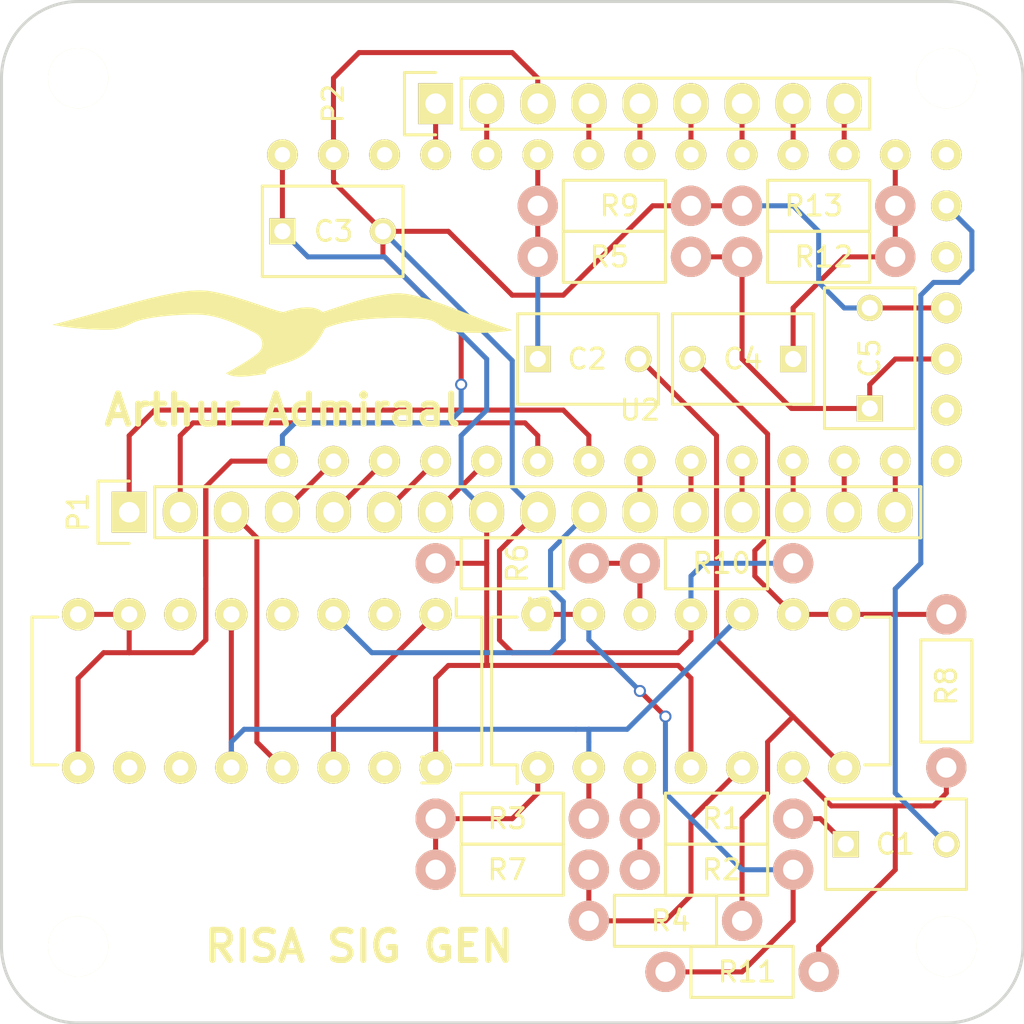
<source format=kicad_pcb>
(kicad_pcb (version 4) (host pcbnew "(2015-11-29 BZR 6336)-product")

  (general
    (links 75)
    (no_connects 1)
    (area 47.120714 49.485 105.279286 102.765)
    (thickness 1.6)
    (drawings 10)
    (tracks 197)
    (zones 0)
    (modules 28)
    (nets 50)
  )

  (page A4)
  (layers
    (0 F.Cu signal)
    (31 B.Cu signal)
    (32 B.Adhes user)
    (33 F.Adhes user)
    (34 B.Paste user)
    (35 F.Paste user)
    (36 B.SilkS user)
    (37 F.SilkS user)
    (38 B.Mask user)
    (39 F.Mask user)
    (40 Dwgs.User user)
    (41 Cmts.User user)
    (42 Eco1.User user)
    (43 Eco2.User user)
    (44 Edge.Cuts user)
    (45 Margin user)
    (46 B.CrtYd user)
    (47 F.CrtYd user)
    (48 B.Fab user)
    (49 F.Fab user)
  )

  (setup
    (last_trace_width 0.25)
    (trace_clearance 0.2)
    (zone_clearance 0.508)
    (zone_45_only no)
    (trace_min 0.2)
    (segment_width 0.2)
    (edge_width 0.15)
    (via_size 0.6)
    (via_drill 0.4)
    (via_min_size 0.4)
    (via_min_drill 0.3)
    (uvia_size 0.3)
    (uvia_drill 0.1)
    (uvias_allowed no)
    (uvia_min_size 0.2)
    (uvia_min_drill 0.1)
    (pcb_text_width 0.3)
    (pcb_text_size 1.5 1.5)
    (mod_edge_width 0.15)
    (mod_text_size 1 1)
    (mod_text_width 0.15)
    (pad_size 3 3)
    (pad_drill 3)
    (pad_to_mask_clearance 0.2)
    (aux_axis_origin 0 0)
    (visible_elements FFFFFF7F)
    (pcbplotparams
      (layerselection 0x010e0_80000001)
      (usegerberextensions true)
      (excludeedgelayer true)
      (linewidth 0.100000)
      (plotframeref false)
      (viasonmask false)
      (mode 1)
      (useauxorigin false)
      (hpglpennumber 1)
      (hpglpenspeed 20)
      (hpglpendiameter 15)
      (hpglpenoverlay 2)
      (psnegative false)
      (psa4output false)
      (plotreference true)
      (plotvalue true)
      (plotinvisibletext false)
      (padsonsilk false)
      (subtractmaskfromsilk false)
      (outputformat 1)
      (mirror false)
      (drillshape 0)
      (scaleselection 1)
      (outputdirectory "../Export/sig gen/"))
  )

  (net 0 "")
  (net 1 "Net-(C1-Pad1)")
  (net 2 DAC)
  (net 3 ADC_SHUNT)
  (net 4 "Net-(C2-Pad2)")
  (net 5 +5V)
  (net 6 GND)
  (net 7 ADC_VOLT)
  (net 8 "Net-(C4-Pad2)")
  (net 9 S1_A)
  (net 10 S0_A)
  (net 11 INPUT_A)
  (net 12 S2_A)
  (net 13 S3_A)
  (net 14 SELECT4)
  (net 15 SELECT1)
  (net 16 INPUT_B)
  (net 17 S0_B)
  (net 18 S1_B)
  (net 19 S2_B)
  (net 20 S3_B)
  (net 21 SELECT3)
  (net 22 SELECT2)
  (net 23 "Net-(R1-Pad1)")
  (net 24 GNDREF)
  (net 25 SIG_TST)
  (net 26 "Net-(R3-Pad2)")
  (net 27 "Net-(R4-Pad1)")
  (net 28 +3V3)
  (net 29 "Net-(R10-Pad1)")
  (net 30 "Net-(R11-Pad2)")
  (net 31 "Net-(U2-Pad14)")
  (net 32 "Net-(U2-Pad17)")
  (net 33 "Net-(U2-Pad19)")
  (net 34 "Net-(U2-Pad30)")
  (net 35 "Net-(U3-Pad2)")
  (net 36 "Net-(U3-Pad4)")
  (net 37 "Net-(U3-Pad11)")
  (net 38 "Net-(U3-Pad15)")
  (net 39 "Net-(U2-Pad13)")
  (net 40 ~ENABLE)
  (net 41 INPUT_SW)
  (net 42 DIR)
  (net 43 STEP)
  (net 44 ~SLEEP)
  (net 45 ~RESET)
  (net 46 MS3)
  (net 47 MS1)
  (net 48 MS2)
  (net 49 STEP_~ENABLE)

  (net_class Default "This is the default net class."
    (clearance 0.2)
    (trace_width 0.25)
    (via_dia 0.6)
    (via_drill 0.4)
    (uvia_dia 0.3)
    (uvia_drill 0.1)
    (add_net +3V3)
    (add_net +5V)
    (add_net ADC_SHUNT)
    (add_net ADC_VOLT)
    (add_net DAC)
    (add_net DIR)
    (add_net GND)
    (add_net GNDREF)
    (add_net INPUT_A)
    (add_net INPUT_B)
    (add_net INPUT_SW)
    (add_net MS1)
    (add_net MS2)
    (add_net MS3)
    (add_net "Net-(C1-Pad1)")
    (add_net "Net-(C2-Pad2)")
    (add_net "Net-(C4-Pad2)")
    (add_net "Net-(R1-Pad1)")
    (add_net "Net-(R10-Pad1)")
    (add_net "Net-(R11-Pad2)")
    (add_net "Net-(R3-Pad2)")
    (add_net "Net-(R4-Pad1)")
    (add_net "Net-(U2-Pad13)")
    (add_net "Net-(U2-Pad14)")
    (add_net "Net-(U2-Pad17)")
    (add_net "Net-(U2-Pad19)")
    (add_net "Net-(U2-Pad30)")
    (add_net "Net-(U3-Pad11)")
    (add_net "Net-(U3-Pad15)")
    (add_net "Net-(U3-Pad2)")
    (add_net "Net-(U3-Pad4)")
    (add_net S0_A)
    (add_net S0_B)
    (add_net S1_A)
    (add_net S1_B)
    (add_net S2_A)
    (add_net S2_B)
    (add_net S3_A)
    (add_net S3_B)
    (add_net SELECT1)
    (add_net SELECT2)
    (add_net SELECT3)
    (add_net SELECT4)
    (add_net SIG_TST)
    (add_net STEP)
    (add_net STEP_~ENABLE)
    (add_net ~ENABLE)
    (add_net ~RESET)
    (add_net ~SLEEP)
  )

  (module Capacitors_ThroughHole:C_Rect_L7_W4.5_P5 (layer F.Cu) (tedit 0) (tstamp 5710061E)
    (at 92.79 92.71)
    (descr "Film Capacitor Length 7mm x Width 4.5mm, Pitch 5mm")
    (tags Capacitor)
    (path /570E0709)
    (fp_text reference C1 (at 2.46 0) (layer F.SilkS)
      (effects (font (size 1 1) (thickness 0.15)))
    )
    (fp_text value 100u (at 2.5 3.5) (layer F.Fab)
      (effects (font (size 1 1) (thickness 0.15)))
    )
    (fp_line (start -1.25 -2.5) (end 6.25 -2.5) (layer F.CrtYd) (width 0.05))
    (fp_line (start 6.25 -2.5) (end 6.25 2.5) (layer F.CrtYd) (width 0.05))
    (fp_line (start 6.25 2.5) (end -1.25 2.5) (layer F.CrtYd) (width 0.05))
    (fp_line (start -1.25 2.5) (end -1.25 -2.5) (layer F.CrtYd) (width 0.05))
    (fp_line (start -1 -2.25) (end 6 -2.25) (layer F.SilkS) (width 0.15))
    (fp_line (start 6 -2.25) (end 6 2.25) (layer F.SilkS) (width 0.15))
    (fp_line (start 6 2.25) (end -1 2.25) (layer F.SilkS) (width 0.15))
    (fp_line (start -1 2.25) (end -1 -2.25) (layer F.SilkS) (width 0.15))
    (pad 1 thru_hole rect (at 0 0) (size 1.3 1.3) (drill 0.8) (layers *.Cu *.Mask F.SilkS)
      (net 1 "Net-(C1-Pad1)"))
    (pad 2 thru_hole circle (at 5 0) (size 1.3 1.3) (drill 0.8) (layers *.Cu *.Mask F.SilkS)
      (net 2 DAC))
    (model Capacitors_ThroughHole.3dshapes/C_Rect_L7_W4.5_P5.wrl
      (at (xyz 0.098425 0 0))
      (scale (xyz 1 1 1))
      (rotate (xyz 0 0 0))
    )
  )

  (module Mounting_Holes:MountingHole_3mm (layer F.Cu) (tedit 57112267) (tstamp 57111F42)
    (at 54.61 97.79)
    (descr "Mounting Hole 3mm, no annular")
    (tags "mounting hole 3mm no annular")
    (fp_text reference REF** (at 0 -4) (layer F.SilkS) hide
      (effects (font (size 1 1) (thickness 0.15)))
    )
    (fp_text value MountingHole_3mm (at 0 4) (layer F.Fab) hide
      (effects (font (size 1 1) (thickness 0.15)))
    )
    (fp_circle (center 0 0) (end 3 0) (layer Cmts.User) (width 0.15))
    (fp_circle (center 0 0) (end 3.25 0) (layer F.CrtYd) (width 0.05))
    (pad 1 np_thru_hole circle (at 0 0) (size 3 3) (drill 3) (layers *.Cu *.Mask F.SilkS))
  )

  (module Mounting_Holes:MountingHole_3mm (layer F.Cu) (tedit 5711225E) (tstamp 57111F3C)
    (at 54.61 54.61)
    (descr "Mounting Hole 3mm, no annular")
    (tags "mounting hole 3mm no annular")
    (fp_text reference REF** (at 0 -4) (layer F.SilkS) hide
      (effects (font (size 1 1) (thickness 0.15)))
    )
    (fp_text value MountingHole_3mm (at 0 4) (layer F.Fab) hide
      (effects (font (size 1 1) (thickness 0.15)))
    )
    (fp_circle (center 0 0) (end 3 0) (layer Cmts.User) (width 0.15))
    (fp_circle (center 0 0) (end 3.25 0) (layer F.CrtYd) (width 0.05))
    (pad 1 np_thru_hole circle (at 0 0) (size 3 3) (drill 3) (layers *.Cu *.Mask F.SilkS))
  )

  (module Housings_DIP:DIP-14_W7.62mm (layer F.Cu) (tedit 54130A77) (tstamp 571006A4)
    (at 77.47 88.9 90)
    (descr "14-lead dip package, row spacing 7.62 mm (300 mils)")
    (tags "dil dip 2.54 300")
    (path /570D639D)
    (fp_text reference U1 (at 0 -5.22 90) (layer F.SilkS)
      (effects (font (size 1 1) (thickness 0.15)))
    )
    (fp_text value LM324 (at 3.81 8.89 90) (layer F.Fab)
      (effects (font (size 1 1) (thickness 0.15)))
    )
    (fp_line (start -1.05 -2.45) (end -1.05 17.7) (layer F.CrtYd) (width 0.05))
    (fp_line (start 8.65 -2.45) (end 8.65 17.7) (layer F.CrtYd) (width 0.05))
    (fp_line (start -1.05 -2.45) (end 8.65 -2.45) (layer F.CrtYd) (width 0.05))
    (fp_line (start -1.05 17.7) (end 8.65 17.7) (layer F.CrtYd) (width 0.05))
    (fp_line (start 0.135 -2.295) (end 0.135 -1.025) (layer F.SilkS) (width 0.15))
    (fp_line (start 7.485 -2.295) (end 7.485 -1.025) (layer F.SilkS) (width 0.15))
    (fp_line (start 7.485 17.535) (end 7.485 16.265) (layer F.SilkS) (width 0.15))
    (fp_line (start 0.135 17.535) (end 0.135 16.265) (layer F.SilkS) (width 0.15))
    (fp_line (start 0.135 -2.295) (end 7.485 -2.295) (layer F.SilkS) (width 0.15))
    (fp_line (start 0.135 17.535) (end 7.485 17.535) (layer F.SilkS) (width 0.15))
    (fp_line (start 0.135 -1.025) (end -0.8 -1.025) (layer F.SilkS) (width 0.15))
    (pad 1 thru_hole oval (at 0 0 90) (size 1.6 1.6) (drill 0.8) (layers *.Cu *.Mask F.SilkS)
      (net 26 "Net-(R3-Pad2)"))
    (pad 2 thru_hole oval (at 0 2.54 90) (size 1.6 1.6) (drill 0.8) (layers *.Cu *.Mask F.SilkS)
      (net 25 SIG_TST))
    (pad 3 thru_hole oval (at 0 5.08 90) (size 1.6 1.6) (drill 0.8) (layers *.Cu *.Mask F.SilkS)
      (net 23 "Net-(R1-Pad1)"))
    (pad 4 thru_hole oval (at 0 7.62 90) (size 1.6 1.6) (drill 0.8) (layers *.Cu *.Mask F.SilkS)
      (net 5 +5V))
    (pad 5 thru_hole oval (at 0 10.16 90) (size 1.6 1.6) (drill 0.8) (layers *.Cu *.Mask F.SilkS)
      (net 27 "Net-(R4-Pad1)"))
    (pad 6 thru_hole oval (at 0 12.7 90) (size 1.6 1.6) (drill 0.8) (layers *.Cu *.Mask F.SilkS)
      (net 30 "Net-(R11-Pad2)"))
    (pad 7 thru_hole oval (at 0 15.24 90) (size 1.6 1.6) (drill 0.8) (layers *.Cu *.Mask F.SilkS)
      (net 4 "Net-(C2-Pad2)"))
    (pad 8 thru_hole oval (at 7.62 15.24 90) (size 1.6 1.6) (drill 0.8) (layers *.Cu *.Mask F.SilkS)
      (net 8 "Net-(C4-Pad2)"))
    (pad 9 thru_hole oval (at 7.62 12.7 90) (size 1.6 1.6) (drill 0.8) (layers *.Cu *.Mask F.SilkS)
      (net 8 "Net-(C4-Pad2)"))
    (pad 10 thru_hole oval (at 7.62 10.16 90) (size 1.6 1.6) (drill 0.8) (layers *.Cu *.Mask F.SilkS)
      (net 25 SIG_TST))
    (pad 11 thru_hole oval (at 7.62 7.62 90) (size 1.6 1.6) (drill 0.8) (layers *.Cu *.Mask F.SilkS)
      (net 6 GND))
    (pad 12 thru_hole oval (at 7.62 5.08 90) (size 1.6 1.6) (drill 0.8) (layers *.Cu *.Mask F.SilkS)
      (net 29 "Net-(R10-Pad1)"))
    (pad 13 thru_hole oval (at 7.62 2.54 90) (size 1.6 1.6) (drill 0.8) (layers *.Cu *.Mask F.SilkS)
      (net 24 GNDREF))
    (pad 14 thru_hole oval (at 7.62 0 90) (size 1.6 1.6) (drill 0.8) (layers *.Cu *.Mask F.SilkS)
      (net 24 GNDREF))
    (model Housings_DIP.3dshapes/DIP-14_W7.62mm.wrl
      (at (xyz 0 0 0))
      (scale (xyz 1 1 1))
      (rotate (xyz 0 0 0))
    )
  )

  (module Resistors_ThroughHole:Resistor_Horizontal_RM7mm (layer F.Cu) (tedit 569FCF07) (tstamp 5710106B)
    (at 82.55 93.98)
    (descr "Resistor, Axial,  RM 7.62mm, 1/3W,")
    (tags "Resistor Axial RM 7.62mm 1/3W R3")
    (path /570D6658)
    (fp_text reference R2 (at 4.05892 0) (layer F.SilkS)
      (effects (font (size 1 1) (thickness 0.15)))
    )
    (fp_text value 200K (at 3.81 0) (layer F.Fab)
      (effects (font (size 1 1) (thickness 0.15)))
    )
    (fp_line (start -1.25 -1.5) (end 8.85 -1.5) (layer F.CrtYd) (width 0.05))
    (fp_line (start -1.25 1.5) (end -1.25 -1.5) (layer F.CrtYd) (width 0.05))
    (fp_line (start 8.85 -1.5) (end 8.85 1.5) (layer F.CrtYd) (width 0.05))
    (fp_line (start -1.25 1.5) (end 8.85 1.5) (layer F.CrtYd) (width 0.05))
    (fp_line (start 1.27 -1.27) (end 6.35 -1.27) (layer F.SilkS) (width 0.15))
    (fp_line (start 6.35 -1.27) (end 6.35 1.27) (layer F.SilkS) (width 0.15))
    (fp_line (start 6.35 1.27) (end 1.27 1.27) (layer F.SilkS) (width 0.15))
    (fp_line (start 1.27 1.27) (end 1.27 -1.27) (layer F.SilkS) (width 0.15))
    (pad 1 thru_hole circle (at 0 0) (size 1.99898 1.99898) (drill 1.00076) (layers *.Cu *.SilkS *.Mask)
      (net 23 "Net-(R1-Pad1)"))
    (pad 2 thru_hole circle (at 7.62 0) (size 1.99898 1.99898) (drill 1.00076) (layers *.Cu *.SilkS *.Mask)
      (net 24 GNDREF))
  )

  (module Resistors_ThroughHole:Resistor_Horizontal_RM7mm (layer F.Cu) (tedit 569FCF07) (tstamp 571010F0)
    (at 83.82 99.06)
    (descr "Resistor, Axial,  RM 7.62mm, 1/3W,")
    (tags "Resistor Axial RM 7.62mm 1/3W R3")
    (path /570E4A5A)
    (fp_text reference R11 (at 4.05892 0) (layer F.SilkS)
      (effects (font (size 1 1) (thickness 0.15)))
    )
    (fp_text value 200K (at 3.81 0) (layer F.Fab)
      (effects (font (size 1 1) (thickness 0.15)))
    )
    (fp_line (start -1.25 -1.5) (end 8.85 -1.5) (layer F.CrtYd) (width 0.05))
    (fp_line (start -1.25 1.5) (end -1.25 -1.5) (layer F.CrtYd) (width 0.05))
    (fp_line (start 8.85 -1.5) (end 8.85 1.5) (layer F.CrtYd) (width 0.05))
    (fp_line (start -1.25 1.5) (end 8.85 1.5) (layer F.CrtYd) (width 0.05))
    (fp_line (start 1.27 -1.27) (end 6.35 -1.27) (layer F.SilkS) (width 0.15))
    (fp_line (start 6.35 -1.27) (end 6.35 1.27) (layer F.SilkS) (width 0.15))
    (fp_line (start 6.35 1.27) (end 1.27 1.27) (layer F.SilkS) (width 0.15))
    (fp_line (start 1.27 1.27) (end 1.27 -1.27) (layer F.SilkS) (width 0.15))
    (pad 1 thru_hole circle (at 0 0) (size 1.99898 1.99898) (drill 1.00076) (layers *.Cu *.SilkS *.Mask)
      (net 24 GNDREF))
    (pad 2 thru_hole circle (at 7.62 0) (size 1.99898 1.99898) (drill 1.00076) (layers *.Cu *.SilkS *.Mask)
      (net 30 "Net-(R11-Pad2)"))
  )

  (module Resistors_ThroughHole:Resistor_Horizontal_RM7mm (layer F.Cu) (tedit 569FCF07) (tstamp 57101089)
    (at 80.01 93.98 180)
    (descr "Resistor, Axial,  RM 7.62mm, 1/3W,")
    (tags "Resistor Axial RM 7.62mm 1/3W R3")
    (path /570E46E4)
    (fp_text reference R7 (at 4.05892 0 180) (layer F.SilkS)
      (effects (font (size 1 1) (thickness 0.15)))
    )
    (fp_text value 200K (at 3.81 0 180) (layer F.Fab)
      (effects (font (size 1 1) (thickness 0.15)))
    )
    (fp_line (start -1.25 -1.5) (end 8.85 -1.5) (layer F.CrtYd) (width 0.05))
    (fp_line (start -1.25 1.5) (end -1.25 -1.5) (layer F.CrtYd) (width 0.05))
    (fp_line (start 8.85 -1.5) (end 8.85 1.5) (layer F.CrtYd) (width 0.05))
    (fp_line (start -1.25 1.5) (end 8.85 1.5) (layer F.CrtYd) (width 0.05))
    (fp_line (start 1.27 -1.27) (end 6.35 -1.27) (layer F.SilkS) (width 0.15))
    (fp_line (start 6.35 -1.27) (end 6.35 1.27) (layer F.SilkS) (width 0.15))
    (fp_line (start 6.35 1.27) (end 1.27 1.27) (layer F.SilkS) (width 0.15))
    (fp_line (start 1.27 1.27) (end 1.27 -1.27) (layer F.SilkS) (width 0.15))
    (pad 1 thru_hole circle (at 0 0 180) (size 1.99898 1.99898) (drill 1.00076) (layers *.Cu *.SilkS *.Mask)
      (net 27 "Net-(R4-Pad1)"))
    (pad 2 thru_hole circle (at 7.62 0 180) (size 1.99898 1.99898) (drill 1.00076) (layers *.Cu *.SilkS *.Mask)
      (net 26 "Net-(R3-Pad2)"))
  )

  (module Resistors_ThroughHole:Resistor_Horizontal_RM7mm (layer F.Cu) (tedit 569FCF07) (tstamp 57101071)
    (at 80.01 91.44 180)
    (descr "Resistor, Axial,  RM 7.62mm, 1/3W,")
    (tags "Resistor Axial RM 7.62mm 1/3W R3")
    (path /570E1C52)
    (fp_text reference R3 (at 4.05892 0 180) (layer F.SilkS)
      (effects (font (size 1 1) (thickness 0.15)))
    )
    (fp_text value 3K3 (at 3.81 0 180) (layer F.Fab)
      (effects (font (size 1 1) (thickness 0.15)))
    )
    (fp_line (start -1.25 -1.5) (end 8.85 -1.5) (layer F.CrtYd) (width 0.05))
    (fp_line (start -1.25 1.5) (end -1.25 -1.5) (layer F.CrtYd) (width 0.05))
    (fp_line (start 8.85 -1.5) (end 8.85 1.5) (layer F.CrtYd) (width 0.05))
    (fp_line (start -1.25 1.5) (end 8.85 1.5) (layer F.CrtYd) (width 0.05))
    (fp_line (start 1.27 -1.27) (end 6.35 -1.27) (layer F.SilkS) (width 0.15))
    (fp_line (start 6.35 -1.27) (end 6.35 1.27) (layer F.SilkS) (width 0.15))
    (fp_line (start 6.35 1.27) (end 1.27 1.27) (layer F.SilkS) (width 0.15))
    (fp_line (start 1.27 1.27) (end 1.27 -1.27) (layer F.SilkS) (width 0.15))
    (pad 1 thru_hole circle (at 0 0 180) (size 1.99898 1.99898) (drill 1.00076) (layers *.Cu *.SilkS *.Mask)
      (net 25 SIG_TST))
    (pad 2 thru_hole circle (at 7.62 0 180) (size 1.99898 1.99898) (drill 1.00076) (layers *.Cu *.SilkS *.Mask)
      (net 26 "Net-(R3-Pad2)"))
  )

  (module RISA:Teensy3.2 (layer F.Cu) (tedit 570FFDF5) (tstamp 571006C9)
    (at 64.77 71.12)
    (path /57106D3F)
    (fp_text reference U2 (at 17.78 0) (layer F.SilkS)
      (effects (font (size 1 1) (thickness 0.15)))
    )
    (fp_text value Teensy3.2 (at 3.81 0.635) (layer F.Fab)
      (effects (font (size 1 1) (thickness 0.15)))
    )
    (pad 3 thru_hole circle (at 7.62 2.54) (size 1.524 1.524) (drill 0.762) (layers *.Cu *.Mask F.SilkS)
      (net 14 SELECT4))
    (pad 5 thru_hole circle (at 12.7 2.54) (size 1.524 1.524) (drill 0.762) (layers *.Cu *.Mask F.SilkS)
      (net 10 S0_A))
    (pad 7 thru_hole circle (at 17.78 2.54) (size 1.524 1.524) (drill 0.762) (layers *.Cu *.Mask F.SilkS)
      (net 17 S0_B))
    (pad 4 thru_hole circle (at 10.16 2.54) (size 1.524 1.524) (drill 0.762) (layers *.Cu *.Mask F.SilkS)
      (net 15 SELECT1))
    (pad 6 thru_hole circle (at 15.24 2.54) (size 1.524 1.524) (drill 0.762) (layers *.Cu *.Mask F.SilkS)
      (net 9 S1_A))
    (pad 2 thru_hole circle (at 5.08 2.54) (size 1.524 1.524) (drill 0.762) (layers *.Cu *.Mask F.SilkS)
      (net 13 S3_A))
    (pad 0 thru_hole circle (at 0 2.54) (size 1.524 1.524) (drill 0.762) (layers *.Cu *.Mask F.SilkS)
      (net 6 GND))
    (pad 1 thru_hole circle (at 2.54 2.54) (size 1.524 1.524) (drill 0.762) (layers *.Cu *.Mask F.SilkS)
      (net 12 S2_A))
    (pad 9 thru_hole circle (at 22.86 2.54) (size 1.524 1.524) (drill 0.762) (layers *.Cu *.Mask F.SilkS)
      (net 19 S2_B))
    (pad 8 thru_hole circle (at 20.32 2.54) (size 1.524 1.524) (drill 0.762) (layers *.Cu *.Mask F.SilkS)
      (net 18 S1_B))
    (pad 10 thru_hole circle (at 25.4 2.54) (size 1.524 1.524) (drill 0.762) (layers *.Cu *.Mask F.SilkS)
      (net 20 S3_B))
    (pad 12 thru_hole circle (at 30.48 2.54) (size 1.524 1.524) (drill 0.762) (layers *.Cu *.Mask F.SilkS)
      (net 22 SELECT2))
    (pad 11 thru_hole circle (at 27.94 2.54) (size 1.524 1.524) (drill 0.762) (layers *.Cu *.Mask F.SilkS)
      (net 21 SELECT3))
    (pad 13 thru_hole circle (at 33.02 2.54) (size 1.524 1.524) (drill 0.762) (layers *.Cu *.Mask F.SilkS)
      (net 39 "Net-(U2-Pad13)"))
    (pad 14 thru_hole circle (at 33.02 0) (size 1.524 1.524) (drill 0.762) (layers *.Cu *.Mask F.SilkS)
      (net 31 "Net-(U2-Pad14)"))
    (pad 15 thru_hole circle (at 33.02 -2.54) (size 1.524 1.524) (drill 0.762) (layers *.Cu *.Mask F.SilkS)
      (net 28 +3V3))
    (pad 16 thru_hole circle (at 33.02 -5.08) (size 1.524 1.524) (drill 0.762) (layers *.Cu *.Mask F.SilkS)
      (net 6 GND))
    (pad 17 thru_hole circle (at 33.02 -7.62) (size 1.524 1.524) (drill 0.762) (layers *.Cu *.Mask F.SilkS)
      (net 32 "Net-(U2-Pad17)"))
    (pad 18 thru_hole circle (at 33.02 -10.16) (size 1.524 1.524) (drill 0.762) (layers *.Cu *.Mask F.SilkS)
      (net 2 DAC))
    (pad 29 thru_hole circle (at 7.62 -12.7) (size 1.524 1.524) (drill 0.762) (layers *.Cu *.Mask F.SilkS)
      (net 42 DIR))
    (pad 28 thru_hole circle (at 10.16 -12.7) (size 1.524 1.524) (drill 0.762) (layers *.Cu *.Mask F.SilkS)
      (net 43 STEP))
    (pad 26 thru_hole circle (at 15.24 -12.7) (size 1.524 1.524) (drill 0.762) (layers *.Cu *.Mask F.SilkS)
      (net 44 ~SLEEP))
    (pad 27 thru_hole circle (at 12.7 -12.7) (size 1.524 1.524) (drill 0.762) (layers *.Cu *.Mask F.SilkS)
      (net 3 ADC_SHUNT))
    (pad 25 thru_hole circle (at 17.78 -12.7) (size 1.524 1.524) (drill 0.762) (layers *.Cu *.Mask F.SilkS)
      (net 45 ~RESET))
    (pad 24 thru_hole circle (at 20.32 -12.7) (size 1.524 1.524) (drill 0.762) (layers *.Cu *.Mask F.SilkS)
      (net 46 MS3))
    (pad 22 thru_hole circle (at 25.4 -12.7) (size 1.524 1.524) (drill 0.762) (layers *.Cu *.Mask F.SilkS)
      (net 47 MS1))
    (pad 20 thru_hole circle (at 30.48 -12.7) (size 1.524 1.524) (drill 0.762) (layers *.Cu *.Mask F.SilkS)
      (net 7 ADC_VOLT))
    (pad 21 thru_hole circle (at 27.94 -12.7) (size 1.524 1.524) (drill 0.762) (layers *.Cu *.Mask F.SilkS)
      (net 49 STEP_~ENABLE))
    (pad 23 thru_hole circle (at 22.86 -12.7) (size 1.524 1.524) (drill 0.762) (layers *.Cu *.Mask F.SilkS)
      (net 48 MS2))
    (pad 19 thru_hole circle (at 33.02 -12.7) (size 1.524 1.524) (drill 0.762) (layers *.Cu *.Mask F.SilkS)
      (net 33 "Net-(U2-Pad19)"))
    (pad 31 thru_hole circle (at 2.54 -12.7) (size 1.524 1.524) (drill 0.762) (layers *.Cu *.Mask F.SilkS)
      (net 6 GND))
    (pad 30 thru_hole circle (at 5.08 -12.7) (size 1.524 1.524) (drill 0.762) (layers *.Cu *.Mask F.SilkS)
      (net 34 "Net-(U2-Pad30)"))
    (pad 32 thru_hole circle (at 0 -12.7) (size 1.524 1.524) (drill 0.762) (layers *.Cu *.Mask F.SilkS)
      (net 5 +5V))
  )

  (module Pin_Headers:Pin_Header_Straight_1x16 (layer F.Cu) (tedit 0) (tstamp 57100644)
    (at 57.15 76.2 90)
    (descr "Through hole pin header")
    (tags "pin header")
    (path /57107C59)
    (fp_text reference P1 (at 0 -2.54 90) (layer F.SilkS)
      (effects (font (size 1 1) (thickness 0.15)))
    )
    (fp_text value CONN_01X16 (at -2.54 3.81 180) (layer F.Fab)
      (effects (font (size 1 1) (thickness 0.15)))
    )
    (fp_line (start -1.75 -1.75) (end -1.75 39.85) (layer F.CrtYd) (width 0.05))
    (fp_line (start 1.75 -1.75) (end 1.75 39.85) (layer F.CrtYd) (width 0.05))
    (fp_line (start -1.75 -1.75) (end 1.75 -1.75) (layer F.CrtYd) (width 0.05))
    (fp_line (start -1.75 39.85) (end 1.75 39.85) (layer F.CrtYd) (width 0.05))
    (fp_line (start -1.27 1.27) (end -1.27 39.37) (layer F.SilkS) (width 0.15))
    (fp_line (start -1.27 39.37) (end 1.27 39.37) (layer F.SilkS) (width 0.15))
    (fp_line (start 1.27 39.37) (end 1.27 1.27) (layer F.SilkS) (width 0.15))
    (fp_line (start 1.55 -1.55) (end 1.55 0) (layer F.SilkS) (width 0.15))
    (fp_line (start 1.27 1.27) (end -1.27 1.27) (layer F.SilkS) (width 0.15))
    (fp_line (start -1.55 0) (end -1.55 -1.55) (layer F.SilkS) (width 0.15))
    (fp_line (start -1.55 -1.55) (end 1.55 -1.55) (layer F.SilkS) (width 0.15))
    (pad 1 thru_hole rect (at 0 0 90) (size 2.032 1.7272) (drill 1.016) (layers *.Cu *.Mask F.SilkS)
      (net 9 S1_A))
    (pad 2 thru_hole oval (at 0 2.54 90) (size 2.032 1.7272) (drill 1.016) (layers *.Cu *.Mask F.SilkS)
      (net 10 S0_A))
    (pad 3 thru_hole oval (at 0 5.08 90) (size 2.032 1.7272) (drill 1.016) (layers *.Cu *.Mask F.SilkS)
      (net 11 INPUT_A))
    (pad 4 thru_hole oval (at 0 7.62 90) (size 2.032 1.7272) (drill 1.016) (layers *.Cu *.Mask F.SilkS)
      (net 12 S2_A))
    (pad 5 thru_hole oval (at 0 10.16 90) (size 2.032 1.7272) (drill 1.016) (layers *.Cu *.Mask F.SilkS)
      (net 13 S3_A))
    (pad 6 thru_hole oval (at 0 12.7 90) (size 2.032 1.7272) (drill 1.016) (layers *.Cu *.Mask F.SilkS)
      (net 14 SELECT4))
    (pad 7 thru_hole oval (at 0 15.24 90) (size 2.032 1.7272) (drill 1.016) (layers *.Cu *.Mask F.SilkS)
      (net 15 SELECT1))
    (pad 8 thru_hole oval (at 0 17.78 90) (size 2.032 1.7272) (drill 1.016) (layers *.Cu *.Mask F.SilkS)
      (net 5 +5V))
    (pad 9 thru_hole oval (at 0 20.32 90) (size 2.032 1.7272) (drill 1.016) (layers *.Cu *.Mask F.SilkS)
      (net 6 GND))
    (pad 10 thru_hole oval (at 0 22.86 90) (size 2.032 1.7272) (drill 1.016) (layers *.Cu *.Mask F.SilkS)
      (net 16 INPUT_B))
    (pad 11 thru_hole oval (at 0 25.4 90) (size 2.032 1.7272) (drill 1.016) (layers *.Cu *.Mask F.SilkS)
      (net 17 S0_B))
    (pad 12 thru_hole oval (at 0 27.94 90) (size 2.032 1.7272) (drill 1.016) (layers *.Cu *.Mask F.SilkS)
      (net 18 S1_B))
    (pad 13 thru_hole oval (at 0 30.48 90) (size 2.032 1.7272) (drill 1.016) (layers *.Cu *.Mask F.SilkS)
      (net 19 S2_B))
    (pad 14 thru_hole oval (at 0 33.02 90) (size 2.032 1.7272) (drill 1.016) (layers *.Cu *.Mask F.SilkS)
      (net 20 S3_B))
    (pad 15 thru_hole oval (at 0 35.56 90) (size 2.032 1.7272) (drill 1.016) (layers *.Cu *.Mask F.SilkS)
      (net 21 SELECT3))
    (pad 16 thru_hole oval (at 0 38.1 90) (size 2.032 1.7272) (drill 1.016) (layers *.Cu *.Mask F.SilkS)
      (net 22 SELECT2))
    (model Pin_Headers.3dshapes/Pin_Header_Straight_1x16.wrl
      (at (xyz 0 -0.75 0))
      (scale (xyz 1 1 1))
      (rotate (xyz 0 0 90))
    )
  )

  (module Capacitors_ThroughHole:C_Rect_L7_W4.5_P5 (layer F.Cu) (tedit 0) (tstamp 57101059)
    (at 64.77 62.23)
    (descr "Film Capacitor Length 7mm x Width 4.5mm, Pitch 5mm")
    (tags Capacitor)
    (path /57105DAC)
    (fp_text reference C3 (at 2.54 0) (layer F.SilkS)
      (effects (font (size 1 1) (thickness 0.15)))
    )
    (fp_text value 100u (at 2.5 0) (layer F.Fab)
      (effects (font (size 1 1) (thickness 0.15)))
    )
    (fp_line (start -1.25 -2.5) (end 6.25 -2.5) (layer F.CrtYd) (width 0.05))
    (fp_line (start 6.25 -2.5) (end 6.25 2.5) (layer F.CrtYd) (width 0.05))
    (fp_line (start 6.25 2.5) (end -1.25 2.5) (layer F.CrtYd) (width 0.05))
    (fp_line (start -1.25 2.5) (end -1.25 -2.5) (layer F.CrtYd) (width 0.05))
    (fp_line (start -1 -2.25) (end 6 -2.25) (layer F.SilkS) (width 0.15))
    (fp_line (start 6 -2.25) (end 6 2.25) (layer F.SilkS) (width 0.15))
    (fp_line (start 6 2.25) (end -1 2.25) (layer F.SilkS) (width 0.15))
    (fp_line (start -1 2.25) (end -1 -2.25) (layer F.SilkS) (width 0.15))
    (pad 1 thru_hole rect (at 0 0) (size 1.3 1.3) (drill 0.8) (layers *.Cu *.Mask F.SilkS)
      (net 5 +5V))
    (pad 2 thru_hole circle (at 5 0) (size 1.3 1.3) (drill 0.8) (layers *.Cu *.Mask F.SilkS)
      (net 6 GND))
    (model Capacitors_ThroughHole.3dshapes/C_Rect_L7_W4.5_P5.wrl
      (at (xyz 0.098425 0 0))
      (scale (xyz 1 1 1))
      (rotate (xyz 0 0 0))
    )
  )

  (module Resistors_ThroughHole:Resistor_Horizontal_RM7mm (layer F.Cu) (tedit 571007DC) (tstamp 5710108F)
    (at 97.79 88.9 90)
    (descr "Resistor, Axial,  RM 7.62mm, 1/3W,")
    (tags "Resistor Axial RM 7.62mm 1/3W R3")
    (path /570E460E)
    (fp_text reference R8 (at 4.05892 0 90) (layer F.SilkS)
      (effects (font (size 1 1) (thickness 0.15)))
    )
    (fp_text value 200K (at 3.81 0 90) (layer F.Fab)
      (effects (font (size 1 1) (thickness 0.15)))
    )
    (fp_line (start -1.25 -1.5) (end 8.85 -1.5) (layer F.CrtYd) (width 0.05))
    (fp_line (start -1.25 1.5) (end -1.25 -1.5) (layer F.CrtYd) (width 0.05))
    (fp_line (start 8.85 -1.5) (end 8.85 1.5) (layer F.CrtYd) (width 0.05))
    (fp_line (start -1.25 1.5) (end 8.85 1.5) (layer F.CrtYd) (width 0.05))
    (fp_line (start 1.27 -1.27) (end 6.35 -1.27) (layer F.SilkS) (width 0.15))
    (fp_line (start 6.35 -1.27) (end 6.35 1.27) (layer F.SilkS) (width 0.15))
    (fp_line (start 6.35 1.27) (end 1.27 1.27) (layer F.SilkS) (width 0.15))
    (fp_line (start 1.27 1.27) (end 1.27 -1.27) (layer F.SilkS) (width 0.15))
    (pad 1 thru_hole circle (at 0 0 90) (size 1.99898 1.99898) (drill 1.00076) (layers *.Cu *.SilkS *.Mask)
      (net 30 "Net-(R11-Pad2)"))
    (pad 2 thru_hole circle (at 7.62 0 90) (size 1.99898 1.99898) (drill 1.00076) (layers *.Cu *.SilkS *.Mask)
      (net 8 "Net-(C4-Pad2)"))
  )

  (module Capacitors_ThroughHole:C_Rect_L7_W4.5_P5 (layer F.Cu) (tedit 0) (tstamp 57100624)
    (at 77.47 68.58)
    (descr "Film Capacitor Length 7mm x Width 4.5mm, Pitch 5mm")
    (tags Capacitor)
    (path /5710560E)
    (fp_text reference C2 (at 2.46 0) (layer F.SilkS)
      (effects (font (size 1 1) (thickness 0.15)))
    )
    (fp_text value 100u (at 2.5 0) (layer F.Fab)
      (effects (font (size 1 1) (thickness 0.15)))
    )
    (fp_line (start -1.25 -2.5) (end 6.25 -2.5) (layer F.CrtYd) (width 0.05))
    (fp_line (start 6.25 -2.5) (end 6.25 2.5) (layer F.CrtYd) (width 0.05))
    (fp_line (start 6.25 2.5) (end -1.25 2.5) (layer F.CrtYd) (width 0.05))
    (fp_line (start -1.25 2.5) (end -1.25 -2.5) (layer F.CrtYd) (width 0.05))
    (fp_line (start -1 -2.25) (end 6 -2.25) (layer F.SilkS) (width 0.15))
    (fp_line (start 6 -2.25) (end 6 2.25) (layer F.SilkS) (width 0.15))
    (fp_line (start 6 2.25) (end -1 2.25) (layer F.SilkS) (width 0.15))
    (fp_line (start -1 2.25) (end -1 -2.25) (layer F.SilkS) (width 0.15))
    (pad 1 thru_hole rect (at 0 0) (size 1.3 1.3) (drill 0.8) (layers *.Cu *.Mask F.SilkS)
      (net 3 ADC_SHUNT))
    (pad 2 thru_hole circle (at 5 0) (size 1.3 1.3) (drill 0.8) (layers *.Cu *.Mask F.SilkS)
      (net 4 "Net-(C2-Pad2)"))
    (model Capacitors_ThroughHole.3dshapes/C_Rect_L7_W4.5_P5.wrl
      (at (xyz 0.098425 0 0))
      (scale (xyz 1 1 1))
      (rotate (xyz 0 0 0))
    )
  )

  (module Housings_DIP:DIP-16_W7.62mm (layer F.Cu) (tedit 54130A77) (tstamp 571006DD)
    (at 72.39 81.28 270)
    (descr "16-lead dip package, row spacing 7.62 mm (300 mils)")
    (tags "dil dip 2.54 300")
    (path /57106441)
    (fp_text reference U3 (at 0 -5.22 270) (layer F.SilkS)
      (effects (font (size 1 1) (thickness 0.15)))
    )
    (fp_text value 4052 (at 3.81 7.62 270) (layer F.Fab)
      (effects (font (size 1 1) (thickness 0.15)))
    )
    (fp_line (start -1.05 -2.45) (end -1.05 20.25) (layer F.CrtYd) (width 0.05))
    (fp_line (start 8.65 -2.45) (end 8.65 20.25) (layer F.CrtYd) (width 0.05))
    (fp_line (start -1.05 -2.45) (end 8.65 -2.45) (layer F.CrtYd) (width 0.05))
    (fp_line (start -1.05 20.25) (end 8.65 20.25) (layer F.CrtYd) (width 0.05))
    (fp_line (start 0.135 -2.295) (end 0.135 -1.025) (layer F.SilkS) (width 0.15))
    (fp_line (start 7.485 -2.295) (end 7.485 -1.025) (layer F.SilkS) (width 0.15))
    (fp_line (start 7.485 20.075) (end 7.485 18.805) (layer F.SilkS) (width 0.15))
    (fp_line (start 0.135 20.075) (end 0.135 18.805) (layer F.SilkS) (width 0.15))
    (fp_line (start 0.135 -2.295) (end 7.485 -2.295) (layer F.SilkS) (width 0.15))
    (fp_line (start 0.135 20.075) (end 7.485 20.075) (layer F.SilkS) (width 0.15))
    (fp_line (start 0.135 -1.025) (end -0.8 -1.025) (layer F.SilkS) (width 0.15))
    (pad 1 thru_hole oval (at 0 0 270) (size 1.6 1.6) (drill 0.8) (layers *.Cu *.Mask F.SilkS)
      (net 24 GNDREF))
    (pad 2 thru_hole oval (at 0 2.54 270) (size 1.6 1.6) (drill 0.8) (layers *.Cu *.Mask F.SilkS)
      (net 35 "Net-(U3-Pad2)"))
    (pad 3 thru_hole oval (at 0 5.08 270) (size 1.6 1.6) (drill 0.8) (layers *.Cu *.Mask F.SilkS)
      (net 16 INPUT_B))
    (pad 4 thru_hole oval (at 0 7.62 270) (size 1.6 1.6) (drill 0.8) (layers *.Cu *.Mask F.SilkS)
      (net 36 "Net-(U3-Pad4)"))
    (pad 5 thru_hole oval (at 0 10.16 270) (size 1.6 1.6) (drill 0.8) (layers *.Cu *.Mask F.SilkS)
      (net 25 SIG_TST))
    (pad 6 thru_hole oval (at 0 12.7 270) (size 1.6 1.6) (drill 0.8) (layers *.Cu *.Mask F.SilkS)
      (net 40 ~ENABLE))
    (pad 7 thru_hole oval (at 0 15.24 270) (size 1.6 1.6) (drill 0.8) (layers *.Cu *.Mask F.SilkS)
      (net 6 GND))
    (pad 8 thru_hole oval (at 0 17.78 270) (size 1.6 1.6) (drill 0.8) (layers *.Cu *.Mask F.SilkS)
      (net 6 GND))
    (pad 9 thru_hole oval (at 7.62 17.78 270) (size 1.6 1.6) (drill 0.8) (layers *.Cu *.Mask F.SilkS)
      (net 6 GND))
    (pad 10 thru_hole oval (at 7.62 15.24 270) (size 1.6 1.6) (drill 0.8) (layers *.Cu *.Mask F.SilkS)
      (net 41 INPUT_SW))
    (pad 11 thru_hole oval (at 7.62 12.7 270) (size 1.6 1.6) (drill 0.8) (layers *.Cu *.Mask F.SilkS)
      (net 37 "Net-(U3-Pad11)"))
    (pad 12 thru_hole oval (at 7.62 10.16 270) (size 1.6 1.6) (drill 0.8) (layers *.Cu *.Mask F.SilkS)
      (net 25 SIG_TST))
    (pad 13 thru_hole oval (at 7.62 7.62 270) (size 1.6 1.6) (drill 0.8) (layers *.Cu *.Mask F.SilkS)
      (net 11 INPUT_A))
    (pad 14 thru_hole oval (at 7.62 5.08 270) (size 1.6 1.6) (drill 0.8) (layers *.Cu *.Mask F.SilkS)
      (net 24 GNDREF))
    (pad 15 thru_hole oval (at 7.62 2.54 270) (size 1.6 1.6) (drill 0.8) (layers *.Cu *.Mask F.SilkS)
      (net 38 "Net-(U3-Pad15)"))
    (pad 16 thru_hole oval (at 7.62 0 270) (size 1.6 1.6) (drill 0.8) (layers *.Cu *.Mask F.SilkS)
      (net 5 +5V))
    (model Housings_DIP.3dshapes/DIP-16_W7.62mm.wrl
      (at (xyz 0 0 0))
      (scale (xyz 1 1 1))
      (rotate (xyz 0 0 0))
    )
  )

  (module Capacitors_ThroughHole:C_Rect_L7_W4.5_P5 (layer F.Cu) (tedit 0) (tstamp 5710105F)
    (at 90.17 68.58 180)
    (descr "Film Capacitor Length 7mm x Width 4.5mm, Pitch 5mm")
    (tags Capacitor)
    (path /570E73EC)
    (fp_text reference C4 (at 2.5 0 180) (layer F.SilkS)
      (effects (font (size 1 1) (thickness 0.15)))
    )
    (fp_text value 100u (at 2.5 0 180) (layer F.Fab)
      (effects (font (size 1 1) (thickness 0.15)))
    )
    (fp_line (start -1.25 -2.5) (end 6.25 -2.5) (layer F.CrtYd) (width 0.05))
    (fp_line (start 6.25 -2.5) (end 6.25 2.5) (layer F.CrtYd) (width 0.05))
    (fp_line (start 6.25 2.5) (end -1.25 2.5) (layer F.CrtYd) (width 0.05))
    (fp_line (start -1.25 2.5) (end -1.25 -2.5) (layer F.CrtYd) (width 0.05))
    (fp_line (start -1 -2.25) (end 6 -2.25) (layer F.SilkS) (width 0.15))
    (fp_line (start 6 -2.25) (end 6 2.25) (layer F.SilkS) (width 0.15))
    (fp_line (start 6 2.25) (end -1 2.25) (layer F.SilkS) (width 0.15))
    (fp_line (start -1 2.25) (end -1 -2.25) (layer F.SilkS) (width 0.15))
    (pad 1 thru_hole rect (at 0 0 180) (size 1.3 1.3) (drill 0.8) (layers *.Cu *.Mask F.SilkS)
      (net 7 ADC_VOLT))
    (pad 2 thru_hole circle (at 5 0 180) (size 1.3 1.3) (drill 0.8) (layers *.Cu *.Mask F.SilkS)
      (net 8 "Net-(C4-Pad2)"))
    (model Capacitors_ThroughHole.3dshapes/C_Rect_L7_W4.5_P5.wrl
      (at (xyz 0.098425 0 0))
      (scale (xyz 1 1 1))
      (rotate (xyz 0 0 0))
    )
  )

  (module Resistors_ThroughHole:Resistor_Horizontal_RM7mm (layer F.Cu) (tedit 571002DB) (tstamp 57101065)
    (at 82.55 91.44)
    (descr "Resistor, Axial,  RM 7.62mm, 1/3W,")
    (tags "Resistor Axial RM 7.62mm 1/3W R3")
    (path /570D6693)
    (fp_text reference R1 (at 4.05892 0) (layer F.SilkS)
      (effects (font (size 1 1) (thickness 0.15)))
    )
    (fp_text value 130K (at 3.81 0) (layer F.Fab)
      (effects (font (size 1 1) (thickness 0.15)))
    )
    (fp_line (start -1.25 -1.5) (end 8.85 -1.5) (layer F.CrtYd) (width 0.05))
    (fp_line (start -1.25 1.5) (end -1.25 -1.5) (layer F.CrtYd) (width 0.05))
    (fp_line (start 8.85 -1.5) (end 8.85 1.5) (layer F.CrtYd) (width 0.05))
    (fp_line (start -1.25 1.5) (end 8.85 1.5) (layer F.CrtYd) (width 0.05))
    (fp_line (start 1.27 -1.27) (end 6.35 -1.27) (layer F.SilkS) (width 0.15))
    (fp_line (start 6.35 -1.27) (end 6.35 1.27) (layer F.SilkS) (width 0.15))
    (fp_line (start 6.35 1.27) (end 1.27 1.27) (layer F.SilkS) (width 0.15))
    (fp_line (start 1.27 1.27) (end 1.27 -1.27) (layer F.SilkS) (width 0.15))
    (pad 1 thru_hole circle (at 0 0) (size 1.99898 1.99898) (drill 1.00076) (layers *.Cu *.SilkS *.Mask)
      (net 23 "Net-(R1-Pad1)"))
    (pad 2 thru_hole circle (at 7.62 0) (size 1.99898 1.99898) (drill 1.00076) (layers *.Cu *.SilkS *.Mask)
      (net 1 "Net-(C1-Pad1)"))
  )

  (module Resistors_ThroughHole:Resistor_Horizontal_RM7mm (layer F.Cu) (tedit 569FCF07) (tstamp 57101077)
    (at 80.01 96.52)
    (descr "Resistor, Axial,  RM 7.62mm, 1/3W,")
    (tags "Resistor Axial RM 7.62mm 1/3W R3")
    (path /570E49B0)
    (fp_text reference R4 (at 4.05892 0) (layer F.SilkS)
      (effects (font (size 1 1) (thickness 0.15)))
    )
    (fp_text value 200K (at 3.81 0) (layer F.Fab)
      (effects (font (size 1 1) (thickness 0.15)))
    )
    (fp_line (start -1.25 -1.5) (end 8.85 -1.5) (layer F.CrtYd) (width 0.05))
    (fp_line (start -1.25 1.5) (end -1.25 -1.5) (layer F.CrtYd) (width 0.05))
    (fp_line (start 8.85 -1.5) (end 8.85 1.5) (layer F.CrtYd) (width 0.05))
    (fp_line (start -1.25 1.5) (end 8.85 1.5) (layer F.CrtYd) (width 0.05))
    (fp_line (start 1.27 -1.27) (end 6.35 -1.27) (layer F.SilkS) (width 0.15))
    (fp_line (start 6.35 -1.27) (end 6.35 1.27) (layer F.SilkS) (width 0.15))
    (fp_line (start 6.35 1.27) (end 1.27 1.27) (layer F.SilkS) (width 0.15))
    (fp_line (start 1.27 1.27) (end 1.27 -1.27) (layer F.SilkS) (width 0.15))
    (pad 1 thru_hole circle (at 0 0) (size 1.99898 1.99898) (drill 1.00076) (layers *.Cu *.SilkS *.Mask)
      (net 27 "Net-(R4-Pad1)"))
    (pad 2 thru_hole circle (at 7.62 0) (size 1.99898 1.99898) (drill 1.00076) (layers *.Cu *.SilkS *.Mask)
      (net 4 "Net-(C2-Pad2)"))
  )

  (module Resistors_ThroughHole:Resistor_Horizontal_RM7mm (layer F.Cu) (tedit 569FCF07) (tstamp 5710107D)
    (at 85.09 63.5 180)
    (descr "Resistor, Axial,  RM 7.62mm, 1/3W,")
    (tags "Resistor Axial RM 7.62mm 1/3W R3")
    (path /57105774)
    (fp_text reference R5 (at 4.05892 0 180) (layer F.SilkS)
      (effects (font (size 1 1) (thickness 0.15)))
    )
    (fp_text value 200K (at 3.81 0 180) (layer F.Fab)
      (effects (font (size 1 1) (thickness 0.15)))
    )
    (fp_line (start -1.25 -1.5) (end 8.85 -1.5) (layer F.CrtYd) (width 0.05))
    (fp_line (start -1.25 1.5) (end -1.25 -1.5) (layer F.CrtYd) (width 0.05))
    (fp_line (start 8.85 -1.5) (end 8.85 1.5) (layer F.CrtYd) (width 0.05))
    (fp_line (start -1.25 1.5) (end 8.85 1.5) (layer F.CrtYd) (width 0.05))
    (fp_line (start 1.27 -1.27) (end 6.35 -1.27) (layer F.SilkS) (width 0.15))
    (fp_line (start 6.35 -1.27) (end 6.35 1.27) (layer F.SilkS) (width 0.15))
    (fp_line (start 6.35 1.27) (end 1.27 1.27) (layer F.SilkS) (width 0.15))
    (fp_line (start 1.27 1.27) (end 1.27 -1.27) (layer F.SilkS) (width 0.15))
    (pad 1 thru_hole circle (at 0 0 180) (size 1.99898 1.99898) (drill 1.00076) (layers *.Cu *.SilkS *.Mask)
      (net 28 +3V3))
    (pad 2 thru_hole circle (at 7.62 0 180) (size 1.99898 1.99898) (drill 1.00076) (layers *.Cu *.SilkS *.Mask)
      (net 3 ADC_SHUNT))
  )

  (module Resistors_ThroughHole:Resistor_Horizontal_RM7mm (layer F.Cu) (tedit 569FCF07) (tstamp 57101083)
    (at 72.39 78.74)
    (descr "Resistor, Axial,  RM 7.62mm, 1/3W,")
    (tags "Resistor Axial RM 7.62mm 1/3W R3")
    (path /570E07E5)
    (fp_text reference R6 (at 4.05892 0 90) (layer F.SilkS)
      (effects (font (size 1 1) (thickness 0.15)))
    )
    (fp_text value 200k (at 3.81 0) (layer F.Fab)
      (effects (font (size 1 1) (thickness 0.15)))
    )
    (fp_line (start -1.25 -1.5) (end 8.85 -1.5) (layer F.CrtYd) (width 0.05))
    (fp_line (start -1.25 1.5) (end -1.25 -1.5) (layer F.CrtYd) (width 0.05))
    (fp_line (start 8.85 -1.5) (end 8.85 1.5) (layer F.CrtYd) (width 0.05))
    (fp_line (start -1.25 1.5) (end 8.85 1.5) (layer F.CrtYd) (width 0.05))
    (fp_line (start 1.27 -1.27) (end 6.35 -1.27) (layer F.SilkS) (width 0.15))
    (fp_line (start 6.35 -1.27) (end 6.35 1.27) (layer F.SilkS) (width 0.15))
    (fp_line (start 6.35 1.27) (end 1.27 1.27) (layer F.SilkS) (width 0.15))
    (fp_line (start 1.27 1.27) (end 1.27 -1.27) (layer F.SilkS) (width 0.15))
    (pad 1 thru_hole circle (at 0 0) (size 1.99898 1.99898) (drill 1.00076) (layers *.Cu *.SilkS *.Mask)
      (net 5 +5V))
    (pad 2 thru_hole circle (at 7.62 0) (size 1.99898 1.99898) (drill 1.00076) (layers *.Cu *.SilkS *.Mask)
      (net 29 "Net-(R10-Pad1)"))
  )

  (module Resistors_ThroughHole:Resistor_Horizontal_RM7mm (layer F.Cu) (tedit 569FCF07) (tstamp 57101095)
    (at 77.47 60.96)
    (descr "Resistor, Axial,  RM 7.62mm, 1/3W,")
    (tags "Resistor Axial RM 7.62mm 1/3W R3")
    (path /57105806)
    (fp_text reference R9 (at 4.05892 0) (layer F.SilkS)
      (effects (font (size 1 1) (thickness 0.15)))
    )
    (fp_text value 200K (at 3.81 0) (layer F.Fab)
      (effects (font (size 1 1) (thickness 0.15)))
    )
    (fp_line (start -1.25 -1.5) (end 8.85 -1.5) (layer F.CrtYd) (width 0.05))
    (fp_line (start -1.25 1.5) (end -1.25 -1.5) (layer F.CrtYd) (width 0.05))
    (fp_line (start 8.85 -1.5) (end 8.85 1.5) (layer F.CrtYd) (width 0.05))
    (fp_line (start -1.25 1.5) (end 8.85 1.5) (layer F.CrtYd) (width 0.05))
    (fp_line (start 1.27 -1.27) (end 6.35 -1.27) (layer F.SilkS) (width 0.15))
    (fp_line (start 6.35 -1.27) (end 6.35 1.27) (layer F.SilkS) (width 0.15))
    (fp_line (start 6.35 1.27) (end 1.27 1.27) (layer F.SilkS) (width 0.15))
    (fp_line (start 1.27 1.27) (end 1.27 -1.27) (layer F.SilkS) (width 0.15))
    (pad 1 thru_hole circle (at 0 0) (size 1.99898 1.99898) (drill 1.00076) (layers *.Cu *.SilkS *.Mask)
      (net 3 ADC_SHUNT))
    (pad 2 thru_hole circle (at 7.62 0) (size 1.99898 1.99898) (drill 1.00076) (layers *.Cu *.SilkS *.Mask)
      (net 6 GND))
  )

  (module Resistors_ThroughHole:Resistor_Horizontal_RM7mm (layer F.Cu) (tedit 569FCF07) (tstamp 5710109B)
    (at 82.55 78.74)
    (descr "Resistor, Axial,  RM 7.62mm, 1/3W,")
    (tags "Resistor Axial RM 7.62mm 1/3W R3")
    (path /570E0825)
    (fp_text reference R10 (at 4.05892 0) (layer F.SilkS)
      (effects (font (size 1 1) (thickness 0.15)))
    )
    (fp_text value 200k (at 3.81 0) (layer F.Fab)
      (effects (font (size 1 1) (thickness 0.15)))
    )
    (fp_line (start -1.25 -1.5) (end 8.85 -1.5) (layer F.CrtYd) (width 0.05))
    (fp_line (start -1.25 1.5) (end -1.25 -1.5) (layer F.CrtYd) (width 0.05))
    (fp_line (start 8.85 -1.5) (end 8.85 1.5) (layer F.CrtYd) (width 0.05))
    (fp_line (start -1.25 1.5) (end 8.85 1.5) (layer F.CrtYd) (width 0.05))
    (fp_line (start 1.27 -1.27) (end 6.35 -1.27) (layer F.SilkS) (width 0.15))
    (fp_line (start 6.35 -1.27) (end 6.35 1.27) (layer F.SilkS) (width 0.15))
    (fp_line (start 6.35 1.27) (end 1.27 1.27) (layer F.SilkS) (width 0.15))
    (fp_line (start 1.27 1.27) (end 1.27 -1.27) (layer F.SilkS) (width 0.15))
    (pad 1 thru_hole circle (at 0 0) (size 1.99898 1.99898) (drill 1.00076) (layers *.Cu *.SilkS *.Mask)
      (net 29 "Net-(R10-Pad1)"))
    (pad 2 thru_hole circle (at 7.62 0) (size 1.99898 1.99898) (drill 1.00076) (layers *.Cu *.SilkS *.Mask)
      (net 6 GND))
  )

  (module Resistors_ThroughHole:Resistor_Horizontal_RM7mm (layer F.Cu) (tedit 569FCF07) (tstamp 571010A1)
    (at 87.63 63.5)
    (descr "Resistor, Axial,  RM 7.62mm, 1/3W,")
    (tags "Resistor Axial RM 7.62mm 1/3W R3")
    (path /570E72FA)
    (fp_text reference R12 (at 4.05892 0) (layer F.SilkS)
      (effects (font (size 1 1) (thickness 0.15)))
    )
    (fp_text value 200K (at 3.81 0) (layer F.Fab)
      (effects (font (size 1 1) (thickness 0.15)))
    )
    (fp_line (start -1.25 -1.5) (end 8.85 -1.5) (layer F.CrtYd) (width 0.05))
    (fp_line (start -1.25 1.5) (end -1.25 -1.5) (layer F.CrtYd) (width 0.05))
    (fp_line (start 8.85 -1.5) (end 8.85 1.5) (layer F.CrtYd) (width 0.05))
    (fp_line (start -1.25 1.5) (end 8.85 1.5) (layer F.CrtYd) (width 0.05))
    (fp_line (start 1.27 -1.27) (end 6.35 -1.27) (layer F.SilkS) (width 0.15))
    (fp_line (start 6.35 -1.27) (end 6.35 1.27) (layer F.SilkS) (width 0.15))
    (fp_line (start 6.35 1.27) (end 1.27 1.27) (layer F.SilkS) (width 0.15))
    (fp_line (start 1.27 1.27) (end 1.27 -1.27) (layer F.SilkS) (width 0.15))
    (pad 1 thru_hole circle (at 0 0) (size 1.99898 1.99898) (drill 1.00076) (layers *.Cu *.SilkS *.Mask)
      (net 28 +3V3))
    (pad 2 thru_hole circle (at 7.62 0) (size 1.99898 1.99898) (drill 1.00076) (layers *.Cu *.SilkS *.Mask)
      (net 7 ADC_VOLT))
  )

  (module Resistors_ThroughHole:Resistor_Horizontal_RM7mm (layer F.Cu) (tedit 569FCF07) (tstamp 571010A7)
    (at 95.25 60.96 180)
    (descr "Resistor, Axial,  RM 7.62mm, 1/3W,")
    (tags "Resistor Axial RM 7.62mm 1/3W R3")
    (path /570E756B)
    (fp_text reference R13 (at 4.05892 0 180) (layer F.SilkS)
      (effects (font (size 1 1) (thickness 0.15)))
    )
    (fp_text value 200K (at 3.81 0 180) (layer F.Fab)
      (effects (font (size 1 1) (thickness 0.15)))
    )
    (fp_line (start -1.25 -1.5) (end 8.85 -1.5) (layer F.CrtYd) (width 0.05))
    (fp_line (start -1.25 1.5) (end -1.25 -1.5) (layer F.CrtYd) (width 0.05))
    (fp_line (start 8.85 -1.5) (end 8.85 1.5) (layer F.CrtYd) (width 0.05))
    (fp_line (start -1.25 1.5) (end 8.85 1.5) (layer F.CrtYd) (width 0.05))
    (fp_line (start 1.27 -1.27) (end 6.35 -1.27) (layer F.SilkS) (width 0.15))
    (fp_line (start 6.35 -1.27) (end 6.35 1.27) (layer F.SilkS) (width 0.15))
    (fp_line (start 6.35 1.27) (end 1.27 1.27) (layer F.SilkS) (width 0.15))
    (fp_line (start 1.27 1.27) (end 1.27 -1.27) (layer F.SilkS) (width 0.15))
    (pad 1 thru_hole circle (at 0 0 180) (size 1.99898 1.99898) (drill 1.00076) (layers *.Cu *.SilkS *.Mask)
      (net 7 ADC_VOLT))
    (pad 2 thru_hole circle (at 7.62 0 180) (size 1.99898 1.99898) (drill 1.00076) (layers *.Cu *.SilkS *.Mask)
      (net 6 GND))
  )

  (module Capacitors_ThroughHole:C_Rect_L7_W4.5_P5 (layer F.Cu) (tedit 0) (tstamp 57110B88)
    (at 93.98 71.04 90)
    (descr "Film Capacitor Length 7mm x Width 4.5mm, Pitch 5mm")
    (tags Capacitor)
    (path /5710B66D)
    (fp_text reference C5 (at 2.5 0 90) (layer F.SilkS)
      (effects (font (size 1 1) (thickness 0.15)))
    )
    (fp_text value 100u (at 2.5 0 90) (layer F.Fab)
      (effects (font (size 1 1) (thickness 0.15)))
    )
    (fp_line (start -1.25 -2.5) (end 6.25 -2.5) (layer F.CrtYd) (width 0.05))
    (fp_line (start 6.25 -2.5) (end 6.25 2.5) (layer F.CrtYd) (width 0.05))
    (fp_line (start 6.25 2.5) (end -1.25 2.5) (layer F.CrtYd) (width 0.05))
    (fp_line (start -1.25 2.5) (end -1.25 -2.5) (layer F.CrtYd) (width 0.05))
    (fp_line (start -1 -2.25) (end 6 -2.25) (layer F.SilkS) (width 0.15))
    (fp_line (start 6 -2.25) (end 6 2.25) (layer F.SilkS) (width 0.15))
    (fp_line (start 6 2.25) (end -1 2.25) (layer F.SilkS) (width 0.15))
    (fp_line (start -1 2.25) (end -1 -2.25) (layer F.SilkS) (width 0.15))
    (pad 1 thru_hole rect (at 0 0 90) (size 1.3 1.3) (drill 0.8) (layers *.Cu *.Mask F.SilkS)
      (net 28 +3V3))
    (pad 2 thru_hole circle (at 5 0 90) (size 1.3 1.3) (drill 0.8) (layers *.Cu *.Mask F.SilkS)
      (net 6 GND))
    (model Capacitors_ThroughHole.3dshapes/C_Rect_L7_W4.5_P5.wrl
      (at (xyz 0.098425 0 0))
      (scale (xyz 1 1 1))
      (rotate (xyz 0 0 0))
    )
  )

  (module Mounting_Holes:MountingHole_3mm (layer F.Cu) (tedit 57112264) (tstamp 57111F05)
    (at 97.79 97.79)
    (descr "Mounting Hole 3mm, no annular")
    (tags "mounting hole 3mm no annular")
    (fp_text reference REF** (at 0 -4) (layer F.SilkS) hide
      (effects (font (size 1 1) (thickness 0.15)))
    )
    (fp_text value MountingHole_3mm (at 0 4) (layer F.Fab) hide
      (effects (font (size 1 1) (thickness 0.15)))
    )
    (fp_circle (center 0 0) (end 3 0) (layer Cmts.User) (width 0.15))
    (fp_circle (center 0 0) (end 3.25 0) (layer F.CrtYd) (width 0.05))
    (pad 1 np_thru_hole circle (at 0 0) (size 3 3) (drill 3) (layers *.Cu *.Mask F.SilkS))
  )

  (module Mounting_Holes:MountingHole_3mm (layer F.Cu) (tedit 57112251) (tstamp 57111F06)
    (at 97.79 54.61)
    (descr "Mounting Hole 3mm, no annular")
    (tags "mounting hole 3mm no annular")
    (fp_text reference REF** (at 0 -4) (layer F.SilkS) hide
      (effects (font (size 1 1) (thickness 0.15)))
    )
    (fp_text value MountingHole_3mm (at 0 4) (layer F.Fab) hide
      (effects (font (size 1 1) (thickness 0.15)))
    )
    (fp_circle (center 0 0) (end 3 0) (layer Cmts.User) (width 0.15))
    (fp_circle (center 0 0) (end 3.25 0) (layer F.CrtYd) (width 0.05))
    (pad "" np_thru_hole circle (at 0 0) (size 3 3) (drill 3) (layers *.Cu *.Mask F.SilkS))
  )

  (module Pin_Headers:Pin_Header_Straight_1x09 (layer F.Cu) (tedit 0) (tstamp 57112E7B)
    (at 72.39 55.88 90)
    (descr "Through hole pin header")
    (tags "pin header")
    (path /57114F93)
    (fp_text reference P2 (at 0 -5.1 90) (layer F.SilkS)
      (effects (font (size 1 1) (thickness 0.15)))
    )
    (fp_text value CONN_01X09 (at 0 -3.1 90) (layer F.Fab)
      (effects (font (size 1 1) (thickness 0.15)))
    )
    (fp_line (start -1.75 -1.75) (end -1.75 22.1) (layer F.CrtYd) (width 0.05))
    (fp_line (start 1.75 -1.75) (end 1.75 22.1) (layer F.CrtYd) (width 0.05))
    (fp_line (start -1.75 -1.75) (end 1.75 -1.75) (layer F.CrtYd) (width 0.05))
    (fp_line (start -1.75 22.1) (end 1.75 22.1) (layer F.CrtYd) (width 0.05))
    (fp_line (start 1.27 1.27) (end 1.27 21.59) (layer F.SilkS) (width 0.15))
    (fp_line (start 1.27 21.59) (end -1.27 21.59) (layer F.SilkS) (width 0.15))
    (fp_line (start -1.27 21.59) (end -1.27 1.27) (layer F.SilkS) (width 0.15))
    (fp_line (start 1.55 -1.55) (end 1.55 0) (layer F.SilkS) (width 0.15))
    (fp_line (start 1.27 1.27) (end -1.27 1.27) (layer F.SilkS) (width 0.15))
    (fp_line (start -1.55 0) (end -1.55 -1.55) (layer F.SilkS) (width 0.15))
    (fp_line (start -1.55 -1.55) (end 1.55 -1.55) (layer F.SilkS) (width 0.15))
    (pad 1 thru_hole rect (at 0 0 90) (size 2.032 1.7272) (drill 1.016) (layers *.Cu *.Mask F.SilkS)
      (net 42 DIR))
    (pad 2 thru_hole oval (at 0 2.54 90) (size 2.032 1.7272) (drill 1.016) (layers *.Cu *.Mask F.SilkS)
      (net 43 STEP))
    (pad 3 thru_hole oval (at 0 5.08 90) (size 2.032 1.7272) (drill 1.016) (layers *.Cu *.Mask F.SilkS)
      (net 6 GND))
    (pad 4 thru_hole oval (at 0 7.62 90) (size 2.032 1.7272) (drill 1.016) (layers *.Cu *.Mask F.SilkS)
      (net 44 ~SLEEP))
    (pad 5 thru_hole oval (at 0 10.16 90) (size 2.032 1.7272) (drill 1.016) (layers *.Cu *.Mask F.SilkS)
      (net 45 ~RESET))
    (pad 6 thru_hole oval (at 0 12.7 90) (size 2.032 1.7272) (drill 1.016) (layers *.Cu *.Mask F.SilkS)
      (net 46 MS3))
    (pad 7 thru_hole oval (at 0 15.24 90) (size 2.032 1.7272) (drill 1.016) (layers *.Cu *.Mask F.SilkS)
      (net 48 MS2))
    (pad 8 thru_hole oval (at 0 17.78 90) (size 2.032 1.7272) (drill 1.016) (layers *.Cu *.Mask F.SilkS)
      (net 47 MS1))
    (pad 9 thru_hole oval (at 0 20.32 90) (size 2.032 1.7272) (drill 1.016) (layers *.Cu *.Mask F.SilkS)
      (net 49 STEP_~ENABLE))
    (model Pin_Headers.3dshapes/Pin_Header_Straight_1x09.wrl
      (at (xyz 0 -0.4 0))
      (scale (xyz 1 1 1))
      (rotate (xyz 0 0 90))
    )
  )

  (module Desktop:SeagullDesignLogo (layer F.Cu) (tedit 0) (tstamp 57113324)
    (at 64.77 67.31)
    (fp_text reference G*** (at 0 0) (layer F.SilkS) hide
      (effects (font (thickness 0.3)))
    )
    (fp_text value LOGO (at 0.75 0) (layer F.SilkS) hide
      (effects (font (thickness 0.3)))
    )
    (fp_poly (pts (xy -4.086225 -2.13825) (xy -4.01113 -2.136804) (xy -3.941991 -2.134506) (xy -3.876895 -2.131129)
      (xy -3.81393 -2.126447) (xy -3.751185 -2.120232) (xy -3.686746 -2.112258) (xy -3.618702 -2.102299)
      (xy -3.54514 -2.090128) (xy -3.464148 -2.075518) (xy -3.373814 -2.058243) (xy -3.317875 -2.047209)
      (xy -3.212046 -2.025638) (xy -3.106956 -2.003132) (xy -3.001803 -1.979459) (xy -2.895787 -1.954387)
      (xy -2.788106 -1.927686) (xy -2.677957 -1.899122) (xy -2.564539 -1.868464) (xy -2.44705 -1.835481)
      (xy -2.324689 -1.79994) (xy -2.196653 -1.761611) (xy -2.062141 -1.720261) (xy -1.920352 -1.675658)
      (xy -1.770483 -1.627571) (xy -1.611732 -1.575768) (xy -1.443298 -1.520017) (xy -1.26438 -1.460087)
      (xy -1.132448 -1.415518) (xy -1.003702 -1.371957) (xy -0.886243 -1.332374) (xy -0.779372 -1.296554)
      (xy -0.682387 -1.264284) (xy -0.594587 -1.235351) (xy -0.515272 -1.209541) (xy -0.443741 -1.186641)
      (xy -0.379293 -1.166438) (xy -0.321228 -1.148717) (xy -0.268844 -1.133265) (xy -0.221441 -1.119869)
      (xy -0.178317 -1.108316) (xy -0.138773 -1.098391) (xy -0.102108 -1.089882) (xy -0.06762 -1.082575)
      (xy -0.034608 -1.076256) (xy -0.002373 -1.070712) (xy 0.001484 -1.070087) (xy 0.060738 -1.060552)
      (xy 0.197056 -1.104313) (xy 0.335712 -1.147166) (xy 0.465817 -1.183832) (xy 0.589601 -1.214835)
      (xy 0.709293 -1.240703) (xy 0.827124 -1.261961) (xy 0.929197 -1.277027) (xy 0.980798 -1.282752)
      (xy 1.040177 -1.287444) (xy 1.104446 -1.291029) (xy 1.170716 -1.293429) (xy 1.236098 -1.294569)
      (xy 1.297702 -1.294371) (xy 1.35264 -1.292761) (xy 1.398023 -1.289661) (xy 1.400175 -1.289447)
      (xy 1.523794 -1.272352) (xy 1.637739 -1.247131) (xy 1.742132 -1.213743) (xy 1.837094 -1.172144)
      (xy 1.922747 -1.122293) (xy 1.963678 -1.093072) (xy 2.003425 -1.062685) (xy 2.43205 -1.203819)
      (xy 2.598368 -1.258504) (xy 2.753362 -1.30929) (xy 2.897725 -1.356383) (xy 3.032151 -1.399993)
      (xy 3.157332 -1.440327) (xy 3.273961 -1.477595) (xy 3.382732 -1.512003) (xy 3.484338 -1.543761)
      (xy 3.579472 -1.573076) (xy 3.668827 -1.600156) (xy 3.753096 -1.62521) (xy 3.832973 -1.648447)
      (xy 3.90915 -1.670073) (xy 3.982321 -1.690298) (xy 4.053179 -1.709329) (xy 4.122417 -1.727375)
      (xy 4.190728 -1.744644) (xy 4.258805 -1.761344) (xy 4.327342 -1.777683) (xy 4.395102 -1.793427)
      (xy 4.518799 -1.820961) (xy 4.645412 -1.847484) (xy 4.773338 -1.872732) (xy 4.900973 -1.896438)
      (xy 5.026713 -1.918337) (xy 5.148956 -1.938164) (xy 5.266097 -1.955652) (xy 5.376534 -1.970536)
      (xy 5.478663 -1.98255) (xy 5.57088 -1.99143) (xy 5.60705 -1.994215) (xy 5.725439 -1.99841)
      (xy 5.854012 -1.995076) (xy 5.992732 -1.984219) (xy 6.141559 -1.965847) (xy 6.300455 -1.939967)
      (xy 6.469383 -1.906585) (xy 6.648304 -1.865709) (xy 6.83718 -1.817345) (xy 7.035973 -1.761501)
      (xy 7.244644 -1.698183) (xy 7.27075 -1.689956) (xy 7.348701 -1.665117) (xy 7.425823 -1.640166)
      (xy 7.502793 -1.614855) (xy 7.580288 -1.588934) (xy 7.658984 -1.562153) (xy 7.739558 -1.534263)
      (xy 7.822687 -1.505015) (xy 7.909047 -1.474159) (xy 7.999316 -1.441447) (xy 8.09417 -1.406628)
      (xy 8.194285 -1.369454) (xy 8.300339 -1.329675) (xy 8.413009 -1.287041) (xy 8.532971 -1.241304)
      (xy 8.660901 -1.192213) (xy 8.797477 -1.139521) (xy 8.943375 -1.082976) (xy 9.099273 -1.022331)
      (xy 9.265846 -0.957335) (xy 9.375775 -0.914354) (xy 9.552165 -0.845478) (xy 9.717549 -0.781195)
      (xy 9.872653 -0.721239) (xy 10.018201 -0.665341) (xy 10.154922 -0.613236) (xy 10.283541 -0.564656)
      (xy 10.404783 -0.519333) (xy 10.519376 -0.477) (xy 10.628046 -0.437391) (xy 10.731518 -0.400237)
      (xy 10.830519 -0.365271) (xy 10.925774 -0.332227) (xy 11.018011 -0.300837) (xy 11.107955 -0.270834)
      (xy 11.196332 -0.24195) (xy 11.248124 -0.225297) (xy 11.303731 -0.207306) (xy 11.347542 -0.192633)
      (xy 11.379978 -0.181124) (xy 11.401459 -0.172621) (xy 11.412404 -0.166971) (xy 11.413234 -0.164015)
      (xy 11.413224 -0.164011) (xy 11.402107 -0.161144) (xy 11.38029 -0.156872) (xy 11.349657 -0.151488)
      (xy 11.312092 -0.145285) (xy 11.269482 -0.138557) (xy 11.223711 -0.131596) (xy 11.176664 -0.124696)
      (xy 11.130225 -0.11815) (xy 11.086281 -0.112252) (xy 11.05535 -0.108338) (xy 10.81123 -0.081931)
      (xy 10.557535 -0.061173) (xy 10.2961 -0.046147) (xy 10.028764 -0.036932) (xy 9.757364 -0.033611)
      (xy 9.483736 -0.036263) (xy 9.441315 -0.037213) (xy 9.297971 -0.041053) (xy 9.166529 -0.045429)
      (xy 9.046198 -0.050433) (xy 8.936189 -0.056158) (xy 8.835711 -0.062697) (xy 8.743974 -0.07014)
      (xy 8.660187 -0.078582) (xy 8.58356 -0.088114) (xy 8.513303 -0.098828) (xy 8.448626 -0.110817)
      (xy 8.388737 -0.124173) (xy 8.332847 -0.138989) (xy 8.280166 -0.155357) (xy 8.229903 -0.173369)
      (xy 8.210243 -0.181077) (xy 8.171232 -0.197441) (xy 8.133498 -0.214881) (xy 8.095538 -0.234293)
      (xy 8.055851 -0.256573) (xy 8.012934 -0.282617) (xy 7.965285 -0.313321) (xy 7.911402 -0.349582)
      (xy 7.849782 -0.392296) (xy 7.81447 -0.417152) (xy 7.739565 -0.469277) (xy 7.672555 -0.513896)
      (xy 7.611712 -0.551786) (xy 7.555305 -0.583725) (xy 7.501605 -0.610492) (xy 7.448882 -0.632865)
      (xy 7.395407 -0.651622) (xy 7.339449 -0.667541) (xy 7.27928 -0.681401) (xy 7.213169 -0.693979)
      (xy 7.190585 -0.697842) (xy 7.111846 -0.710023) (xy 7.027646 -0.721085) (xy 6.937179 -0.731082)
      (xy 6.839638 -0.740071) (xy 6.734217 -0.748108) (xy 6.620109 -0.755249) (xy 6.496509 -0.761549)
      (xy 6.362609 -0.767066) (xy 6.217604 -0.771854) (xy 6.067425 -0.775813) (xy 5.856904 -0.77913)
      (xy 5.640519 -0.779408) (xy 5.420038 -0.776738) (xy 5.197229 -0.771211) (xy 4.97386 -0.762919)
      (xy 4.751701 -0.751953) (xy 4.532518 -0.738407) (xy 4.31808 -0.72237) (xy 4.110156 -0.703935)
      (xy 3.910513 -0.683193) (xy 3.720919 -0.660236) (xy 3.648075 -0.650424) (xy 3.402538 -0.612829)
      (xy 3.167615 -0.569673) (xy 2.942394 -0.520735) (xy 2.725967 -0.465798) (xy 2.517424 -0.40464)
      (xy 2.315857 -0.337043) (xy 2.250671 -0.313269) (xy 2.123267 -0.265857) (xy 2.09933 -0.217066)
      (xy 2.05168 -0.123677) (xy 1.998444 -0.025946) (xy 1.941285 0.073374) (xy 1.881868 0.171526)
      (xy 1.821858 0.265755) (xy 1.762919 0.353306) (xy 1.711174 0.42545) (xy 1.597868 0.569496)
      (xy 1.480616 0.701883) (xy 1.358562 0.823269) (xy 1.230853 0.934311) (xy 1.096634 1.035668)
      (xy 0.955052 1.127998) (xy 0.805253 1.211958) (xy 0.646382 1.288208) (xy 0.526086 1.338627)
      (xy 0.477216 1.357709) (xy 0.428934 1.375968) (xy 0.379769 1.393897) (xy 0.328247 1.411989)
      (xy 0.272897 1.430737) (xy 0.212247 1.450634) (xy 0.144825 1.472172) (xy 0.06916 1.495844)
      (xy -0.016222 1.522143) (xy -0.08255 1.542377) (xy -0.194853 1.576839) (xy -0.295273 1.608324)
      (xy -0.384238 1.636979) (xy -0.462174 1.662949) (xy -0.52951 1.686383) (xy -0.586672 1.707427)
      (xy -0.634088 1.726227) (xy -0.672185 1.74293) (xy -0.686681 1.749942) (xy -0.72836 1.775634)
      (xy -0.76537 1.807616) (xy -0.794618 1.842958) (xy -0.806751 1.863725) (xy -0.814925 1.882824)
      (xy -0.819699 1.901787) (xy -0.821887 1.92516) (xy -0.822325 1.950541) (xy -0.822325 2.005608)
      (xy -0.86995 2.012247) (xy -0.987783 2.028644) (xy -1.093933 2.043343) (xy -1.189285 2.056457)
      (xy -1.274727 2.068096) (xy -1.351145 2.078373) (xy -1.419426 2.087399) (xy -1.480457 2.095287)
      (xy -1.535125 2.102149) (xy -1.584315 2.108095) (xy -1.628916 2.113239) (xy -1.669813 2.117691)
      (xy -1.707893 2.121564) (xy -1.744043 2.124969) (xy -1.77915 2.128019) (xy -1.8034 2.129988)
      (xy -1.891549 2.136014) (xy -1.978999 2.140198) (xy -2.063009 2.142473) (xy -2.140835 2.142775)
      (xy -2.209733 2.141039) (xy -2.22885 2.140076) (xy -2.342809 2.130338) (xy -2.447126 2.114636)
      (xy -2.543524 2.092672) (xy -2.59715 2.076731) (xy -2.625168 2.066774) (xy -2.656634 2.054187)
      (xy -2.689442 2.039983) (xy -2.721484 2.025174) (xy -2.750653 2.010775) (xy -2.774842 1.9978)
      (xy -2.791943 1.98726) (xy -2.799849 1.980171) (xy -2.800145 1.979114) (xy -2.794726 1.974182)
      (xy -2.779585 1.964197) (xy -2.756227 1.950052) (xy -2.726153 1.932637) (xy -2.690866 1.912844)
      (xy -2.659115 1.895475) (xy -2.559239 1.840789) (xy -2.452145 1.780984) (xy -2.341189 1.717975)
      (xy -2.229722 1.653682) (xy -2.1211 1.590023) (xy -2.028825 1.535025) (xy -1.888724 1.449576)
      (xy -1.759209 1.368124) (xy -1.6404 1.290757) (xy -1.532413 1.217563) (xy -1.435366 1.14863)
      (xy -1.349377 1.084045) (xy -1.274565 1.023897) (xy -1.211046 0.968273) (xy -1.158938 0.917261)
      (xy -1.11836 0.870949) (xy -1.095477 0.839217) (xy -1.056376 0.768109) (xy -1.027325 0.692695)
      (xy -1.008586 0.614784) (xy -1.000421 0.536187) (xy -1.003091 0.458712) (xy -1.016859 0.384171)
      (xy -1.025506 0.355655) (xy -1.055186 0.281547) (xy -1.091858 0.214438) (xy -1.136547 0.153185)
      (xy -1.190278 0.096646) (xy -1.254077 0.043679) (xy -1.32897 -0.006858) (xy -1.375304 -0.034057)
      (xy -1.395517 -0.044887) (xy -1.425893 -0.060463) (xy -1.465097 -0.080143) (xy -1.511792 -0.10328)
      (xy -1.564645 -0.129232) (xy -1.622318 -0.157353) (xy -1.683476 -0.187) (xy -1.746784 -0.217528)
      (xy -1.810906 -0.248293) (xy -1.874506 -0.278651) (xy -1.936249 -0.307958) (xy -1.994799 -0.33557)
      (xy -2.04882 -0.360842) (xy -2.096977 -0.383129) (xy -2.134569 -0.400271) (xy -2.356888 -0.497099)
      (xy -2.574416 -0.584671) (xy -2.786799 -0.662884) (xy -2.993685 -0.731637) (xy -3.194721 -0.790827)
      (xy -3.389555 -0.840351) (xy -3.577833 -0.880109) (xy -3.759203 -0.909997) (xy -3.933311 -0.929914)
      (xy -3.9751 -0.933282) (xy -4.026699 -0.93641) (xy -4.088998 -0.939067) (xy -4.160007 -0.941234)
      (xy -4.237733 -0.942892) (xy -4.320185 -0.944023) (xy -4.405372 -0.944609) (xy -4.491303 -0.94463)
      (xy -4.575985 -0.944069) (xy -4.657428 -0.942906) (xy -4.733641 -0.941123) (xy -4.752975 -0.940536)
      (xy -4.953846 -0.932859) (xy -5.152478 -0.922816) (xy -5.348196 -0.910501) (xy -5.540324 -0.89601)
      (xy -5.728185 -0.879438) (xy -5.911105 -0.860882) (xy -6.088406 -0.840436) (xy -6.259413 -0.818196)
      (xy -6.42345 -0.794258) (xy -6.579842 -0.768716) (xy -6.727911 -0.741668) (xy -6.866983 -0.713207)
      (xy -6.996381 -0.683429) (xy -7.115429 -0.652431) (xy -7.223452 -0.620307) (xy -7.319773 -0.587153)
      (xy -7.357476 -0.572583) (xy -7.372829 -0.565858) (xy -7.397332 -0.554441) (xy -7.428805 -0.539381)
      (xy -7.465067 -0.521724) (xy -7.503938 -0.502517) (xy -7.518785 -0.495108) (xy -7.619506 -0.445637)
      (xy -7.711189 -0.402688) (xy -7.795331 -0.365694) (xy -7.873431 -0.334088) (xy -7.94699 -0.307304)
      (xy -8.017504 -0.284776) (xy -8.086474 -0.265936) (xy -8.155397 -0.250218) (xy -8.179134 -0.245476)
      (xy -8.236757 -0.234324) (xy -8.285419 -0.224961) (xy -8.326906 -0.21722) (xy -8.363007 -0.210934)
      (xy -8.395508 -0.205935) (xy -8.426199 -0.202056) (xy -8.456865 -0.19913) (xy -8.489296 -0.196988)
      (xy -8.525277 -0.195464) (xy -8.566598 -0.194391) (xy -8.615045 -0.193601) (xy -8.672405 -0.192926)
      (xy -8.740467 -0.1922) (xy -8.749196 -0.192104) (xy -9.040671 -0.192653) (xy -9.340539 -0.200552)
      (xy -9.646929 -0.215671) (xy -9.957972 -0.237877) (xy -10.271798 -0.267041) (xy -10.586536 -0.303031)
      (xy -10.861675 -0.340087) (xy -10.906416 -0.346693) (xy -10.956136 -0.354291) (xy -11.009403 -0.362641)
      (xy -11.064781 -0.3715) (xy -11.120836 -0.380627) (xy -11.176136 -0.389779) (xy -11.229246 -0.398715)
      (xy -11.278732 -0.407194) (xy -11.323161 -0.414973) (xy -11.361097 -0.421811) (xy -11.391108 -0.427466)
      (xy -11.411759 -0.431697) (xy -11.421616 -0.434261) (xy -11.422198 -0.434581) (xy -11.42287 -0.435357)
      (xy -11.4226 -0.436224) (xy -11.420411 -0.437444) (xy -11.415331 -0.439281) (xy -11.406384 -0.442)
      (xy -11.392594 -0.445863) (xy -11.372988 -0.451134) (xy -11.34659 -0.458076) (xy -11.312425 -0.466952)
      (xy -11.26952 -0.478028) (xy -11.216898 -0.491565) (xy -11.153585 -0.507827) (xy -11.10615 -0.520006)
      (xy -11.01749 -0.542878) (xy -10.925846 -0.566742) (xy -10.830661 -0.591749) (xy -10.731377 -0.618052)
      (xy -10.627433 -0.645806) (xy -10.518273 -0.675162) (xy -10.403337 -0.706275) (xy -10.282067 -0.739297)
      (xy -10.153904 -0.774381) (xy -10.01829 -0.81168) (xy -9.874666 -0.851348) (xy -9.722473 -0.893537)
      (xy -9.561154 -0.938401) (xy -9.390148 -0.986093) (xy -9.208898 -1.036766) (xy -9.016845 -1.090573)
      (xy -8.813431 -1.147666) (xy -8.70585 -1.177898) (xy -8.455853 -1.247965) (xy -8.21747 -1.31433)
      (xy -7.990203 -1.377117) (xy -7.773556 -1.436447) (xy -7.567032 -1.492443) (xy -7.370133 -1.545228)
      (xy -7.182364 -1.594923) (xy -7.003226 -1.641651) (xy -6.832223 -1.685534) (xy -6.668857 -1.726696)
      (xy -6.512633 -1.765258) (xy -6.363053 -1.801342) (xy -6.219619 -1.835071) (xy -6.081835 -1.866568)
      (xy -5.949204 -1.895955) (xy -5.821229 -1.923354) (xy -5.697413 -1.948887) (xy -5.577259 -1.972678)
      (xy -5.46027 -1.994847) (xy -5.345949 -2.015519) (xy -5.233798 -2.034815) (xy -5.210175 -2.038753)
      (xy -5.056986 -2.063195) (xy -4.914147 -2.083917) (xy -4.779916 -2.101074) (xy -4.652548 -2.114819)
      (xy -4.5303 -2.125308) (xy -4.411427 -2.132694) (xy -4.294188 -2.137132) (xy -4.176836 -2.138777)
      (xy -4.086225 -2.13825)) (layer F.SilkS) (width 0.01))
  )

  (gr_text "RISA SIG GEN\n" (at 68.58 97.79) (layer F.SilkS)
    (effects (font (size 1.5 1.5) (thickness 0.3)))
  )
  (gr_text "Arthur Admiraal" (at 64.77 71.12) (layer F.SilkS)
    (effects (font (size 1.5 1.5) (thickness 0.3)))
  )
  (gr_arc (start 54.61 97.79) (end 54.61 101.6) (angle 90) (layer Edge.Cuts) (width 0.15))
  (gr_arc (start 97.79 97.79) (end 101.6 97.79) (angle 90) (layer Edge.Cuts) (width 0.15))
  (gr_arc (start 97.79 54.61) (end 97.79 50.8) (angle 90) (layer Edge.Cuts) (width 0.15))
  (gr_arc (start 54.61 54.61) (end 50.8 54.61) (angle 90) (layer Edge.Cuts) (width 0.15))
  (gr_line (start 101.6 97.79) (end 101.6 54.61) (layer Edge.Cuts) (width 0.15))
  (gr_line (start 54.61 101.6) (end 97.79 101.6) (layer Edge.Cuts) (width 0.15))
  (gr_line (start 50.8 54.61) (end 50.8 97.79) (layer Edge.Cuts) (width 0.15))
  (gr_line (start 97.79 50.8) (end 54.61 50.8) (layer Edge.Cuts) (width 0.15))

  (segment (start 92.79 92.71) (end 91.52 91.44) (width 0.25) (layer F.Cu) (net 1))
  (segment (start 91.52 91.44) (end 90.17 91.44) (width 0.25) (layer F.Cu) (net 1))
  (segment (start 99.06 64.135) (end 99.06 62.23) (width 0.25) (layer B.Cu) (net 2))
  (segment (start 99.06 62.23) (end 97.79 60.96) (width 0.25) (layer B.Cu) (net 2))
  (segment (start 98.425 64.77) (end 99.06 64.135) (width 0.25) (layer B.Cu) (net 2))
  (segment (start 97.155 64.77) (end 98.425 64.77) (width 0.25) (layer B.Cu) (net 2))
  (segment (start 96.52 65.405) (end 97.155 64.77) (width 0.25) (layer B.Cu) (net 2))
  (segment (start 96.52 78.74) (end 96.52 65.405) (width 0.25) (layer B.Cu) (net 2))
  (segment (start 95.25 80.01) (end 96.52 78.74) (width 0.25) (layer B.Cu) (net 2))
  (segment (start 95.25 90.17) (end 95.25 80.01) (width 0.25) (layer B.Cu) (net 2))
  (segment (start 97.79 92.71) (end 95.25 90.17) (width 0.25) (layer B.Cu) (net 2))
  (segment (start 77.47 60.96) (end 77.47 58.42) (width 0.25) (layer F.Cu) (net 3))
  (segment (start 77.47 68.58) (end 77.47 63.5) (width 0.25) (layer B.Cu) (net 3))
  (segment (start 77.47 63.5) (end 77.47 60.96) (width 0.25) (layer F.Cu) (net 3))
  (segment (start 86.36 82.55) (end 86.36 72.39) (width 0.25) (layer F.Cu) (net 4))
  (segment (start 82.47 68.58) (end 82.55 68.58) (width 0.25) (layer F.Cu) (net 4))
  (segment (start 82.55 68.58) (end 86.36 72.39) (width 0.25) (layer F.Cu) (net 4))
  (segment (start 86.36 82.55) (end 90.17 86.36) (width 0.25) (layer F.Cu) (net 4))
  (segment (start 90.17 86.36) (end 92.71 88.9) (width 0.25) (layer F.Cu) (net 4))
  (segment (start 88.9 90.17) (end 88.9 87.63) (width 0.25) (layer F.Cu) (net 4))
  (segment (start 88.9 87.63) (end 90.17 86.36) (width 0.25) (layer F.Cu) (net 4))
  (segment (start 87.63 91.44) (end 88.9 90.17) (width 0.25) (layer F.Cu) (net 4))
  (segment (start 87.63 96.52) (end 87.63 91.44) (width 0.25) (layer F.Cu) (net 4))
  (segment (start 74.93 78.74) (end 74.93 76.2) (width 0.25) (layer F.Cu) (net 5))
  (segment (start 74.93 83.82) (end 74.93 78.74) (width 0.25) (layer F.Cu) (net 5))
  (segment (start 74.93 78.74) (end 72.39 78.74) (width 0.25) (layer F.Cu) (net 5))
  (segment (start 74.93 83.82) (end 73.025 83.82) (width 0.25) (layer F.Cu) (net 5))
  (segment (start 72.39 84.455) (end 73.025 83.82) (width 0.25) (layer F.Cu) (net 5))
  (segment (start 72.39 88.9) (end 72.39 84.455) (width 0.25) (layer F.Cu) (net 5))
  (segment (start 74.93 83.82) (end 84.455 83.82) (width 0.25) (layer F.Cu) (net 5))
  (segment (start 84.455 83.82) (end 85.09 84.455) (width 0.25) (layer F.Cu) (net 5))
  (segment (start 85.09 84.455) (end 85.09 88.9) (width 0.25) (layer F.Cu) (net 5))
  (segment (start 66.04 63.5) (end 69.85 63.5) (width 0.25) (layer B.Cu) (net 5))
  (segment (start 74.93 76.2) (end 73.66 74.93) (width 0.25) (layer B.Cu) (net 5))
  (segment (start 73.66 74.93) (end 73.66 72.39) (width 0.25) (layer B.Cu) (net 5))
  (segment (start 73.66 72.39) (end 74.93 71.12) (width 0.25) (layer B.Cu) (net 5))
  (segment (start 74.93 71.12) (end 74.93 68.58) (width 0.25) (layer B.Cu) (net 5))
  (segment (start 74.93 68.58) (end 69.85 63.5) (width 0.25) (layer B.Cu) (net 5))
  (segment (start 66.04 63.5) (end 64.77 62.23) (width 0.25) (layer B.Cu) (net 5))
  (segment (start 64.77 58.42) (end 64.77 62.23) (width 0.25) (layer F.Cu) (net 5))
  (segment (start 76.2 53.34) (end 77.47 54.61) (width 0.25) (layer F.Cu) (net 6))
  (segment (start 77.47 54.61) (end 77.47 55.88) (width 0.25) (layer F.Cu) (net 6))
  (segment (start 68.58 53.34) (end 76.2 53.34) (width 0.25) (layer F.Cu) (net 6))
  (segment (start 67.31 54.61) (end 68.58 53.34) (width 0.25) (layer F.Cu) (net 6))
  (segment (start 67.31 58.42) (end 67.31 54.61) (width 0.25) (layer F.Cu) (net 6))
  (segment (start 54.61 84.455) (end 55.88 83.185) (width 0.25) (layer F.Cu) (net 6))
  (segment (start 55.88 83.185) (end 57.15 83.185) (width 0.25) (layer F.Cu) (net 6))
  (segment (start 54.61 88.9) (end 54.61 84.455) (width 0.25) (layer F.Cu) (net 6))
  (segment (start 57.15 83.185) (end 57.15 81.28) (width 0.25) (layer F.Cu) (net 6))
  (segment (start 60.96 82.55) (end 60.325 83.185) (width 0.25) (layer F.Cu) (net 6))
  (segment (start 60.325 83.185) (end 57.15 83.185) (width 0.25) (layer F.Cu) (net 6))
  (segment (start 85.725 78.74) (end 85.09 79.375) (width 0.25) (layer B.Cu) (net 6))
  (segment (start 85.09 79.375) (end 85.09 81.28) (width 0.25) (layer B.Cu) (net 6))
  (segment (start 90.17 78.74) (end 85.725 78.74) (width 0.25) (layer B.Cu) (net 6))
  (segment (start 60.96 82.55) (end 60.96 74.93) (width 0.25) (layer F.Cu) (net 6))
  (segment (start 60.96 82.55) (end 60.96 80.01) (width 0.25) (layer F.Cu) (net 6))
  (segment (start 75.565 78.105) (end 75.565 82.55) (width 0.25) (layer F.Cu) (net 6))
  (segment (start 77.47 76.2) (end 75.565 78.105) (width 0.25) (layer F.Cu) (net 6))
  (segment (start 84.455 83.185) (end 85.09 82.55) (width 0.25) (layer F.Cu) (net 6))
  (segment (start 75.565 82.55) (end 76.2 83.185) (width 0.25) (layer F.Cu) (net 6))
  (segment (start 76.2 83.185) (end 84.455 83.185) (width 0.25) (layer F.Cu) (net 6))
  (segment (start 85.09 82.55) (end 85.09 81.28) (width 0.25) (layer F.Cu) (net 6))
  (segment (start 60.96 80.01) (end 60.96 74.93) (width 0.25) (layer F.Cu) (net 6))
  (segment (start 60.96 74.93) (end 60.96 79.375) (width 0.25) (layer F.Cu) (net 6))
  (segment (start 62.23 73.66) (end 60.96 74.93) (width 0.25) (layer F.Cu) (net 6))
  (segment (start 64.77 73.66) (end 62.23 73.66) (width 0.25) (layer F.Cu) (net 6))
  (segment (start 54.61 81.28) (end 57.15 81.28) (width 0.25) (layer F.Cu) (net 6))
  (segment (start 83.185 60.96) (end 85.09 60.96) (width 0.25) (layer F.Cu) (net 6))
  (segment (start 78.74 65.405) (end 83.185 60.96) (width 0.25) (layer F.Cu) (net 6))
  (segment (start 76.2 65.405) (end 78.74 65.405) (width 0.25) (layer F.Cu) (net 6))
  (segment (start 73.025 62.23) (end 76.2 65.405) (width 0.25) (layer F.Cu) (net 6))
  (segment (start 69.77 62.23) (end 73.025 62.23) (width 0.25) (layer F.Cu) (net 6))
  (segment (start 91.44 62.23) (end 91.44 64.77) (width 0.25) (layer B.Cu) (net 6))
  (segment (start 93.98 66.04) (end 92.71 66.04) (width 0.25) (layer B.Cu) (net 6))
  (segment (start 92.71 66.04) (end 91.44 64.77) (width 0.25) (layer B.Cu) (net 6))
  (segment (start 90.17 60.96) (end 87.63 60.96) (width 0.25) (layer B.Cu) (net 6))
  (segment (start 91.44 62.23) (end 90.17 60.96) (width 0.25) (layer B.Cu) (net 6))
  (segment (start 97.79 66.04) (end 93.98 66.04) (width 0.25) (layer F.Cu) (net 6))
  (segment (start 69.77 62.23) (end 69.77 63.42) (width 0.25) (layer F.Cu) (net 6))
  (segment (start 69.77 63.42) (end 73.66 67.31) (width 0.25) (layer F.Cu) (net 6))
  (segment (start 73.66 69.85) (end 73.66 67.31) (width 0.25) (layer F.Cu) (net 6))
  (segment (start 76.2 74.93) (end 76.2 68.66) (width 0.25) (layer B.Cu) (net 6))
  (segment (start 76.2 68.66) (end 69.77 62.23) (width 0.25) (layer B.Cu) (net 6))
  (segment (start 77.47 76.2) (end 76.2 74.93) (width 0.25) (layer B.Cu) (net 6))
  (segment (start 73.025 71.755) (end 73.66 71.12) (width 0.25) (layer B.Cu) (net 6))
  (segment (start 73.66 71.12) (end 73.66 69.85) (width 0.25) (layer B.Cu) (net 6))
  (segment (start 65.405 71.755) (end 73.025 71.755) (width 0.25) (layer B.Cu) (net 6))
  (segment (start 64.77 72.39) (end 65.405 71.755) (width 0.25) (layer B.Cu) (net 6))
  (segment (start 64.77 73.66) (end 64.77 72.39) (width 0.25) (layer B.Cu) (net 6))
  (via (at 73.66 69.85) (size 0.6) (drill 0.4) (layers F.Cu B.Cu) (net 6))
  (segment (start 87.63 60.96) (end 85.09 60.96) (width 0.25) (layer F.Cu) (net 6))
  (segment (start 69.77 62.23) (end 67.31 59.77) (width 0.25) (layer F.Cu) (net 6))
  (segment (start 67.31 59.77) (end 67.31 58.42) (width 0.25) (layer F.Cu) (net 6))
  (segment (start 95.25 60.96) (end 95.25 58.42) (width 0.25) (layer F.Cu) (net 7))
  (segment (start 95.25 63.5) (end 95.25 60.96) (width 0.25) (layer F.Cu) (net 7))
  (segment (start 90.17 66.04) (end 92.71 63.5) (width 0.25) (layer F.Cu) (net 7))
  (segment (start 92.71 63.5) (end 95.25 63.5) (width 0.25) (layer F.Cu) (net 7))
  (segment (start 90.17 68.58) (end 90.17 66.04) (width 0.25) (layer F.Cu) (net 7))
  (segment (start 88.265 79.375) (end 90.17 81.28) (width 0.25) (layer F.Cu) (net 8))
  (segment (start 88.265 78.105) (end 88.265 79.375) (width 0.25) (layer F.Cu) (net 8))
  (segment (start 88.9 77.47) (end 88.9 72.31) (width 0.25) (layer F.Cu) (net 8))
  (segment (start 88.9 77.47) (end 88.265 78.105) (width 0.25) (layer F.Cu) (net 8))
  (segment (start 88.9 72.31) (end 85.17 68.58) (width 0.25) (layer F.Cu) (net 8))
  (segment (start 97.79 81.28) (end 92.71 81.28) (width 0.25) (layer F.Cu) (net 8))
  (segment (start 90.17 81.28) (end 92.71 81.28) (width 0.25) (layer F.Cu) (net 8))
  (segment (start 80.01 73.66) (end 80.01 72.39) (width 0.25) (layer F.Cu) (net 9))
  (segment (start 58.42 71.12) (end 57.15 72.39) (width 0.25) (layer F.Cu) (net 9))
  (segment (start 80.01 72.39) (end 78.74 71.12) (width 0.25) (layer F.Cu) (net 9))
  (segment (start 78.74 71.12) (end 58.42 71.12) (width 0.25) (layer F.Cu) (net 9))
  (segment (start 57.15 72.39) (end 57.15 76.2) (width 0.25) (layer F.Cu) (net 9))
  (segment (start 60.325 71.755) (end 76.835 71.755) (width 0.25) (layer F.Cu) (net 10))
  (segment (start 77.47 73.66) (end 77.47 72.39) (width 0.25) (layer F.Cu) (net 10))
  (segment (start 77.47 72.39) (end 76.835 71.755) (width 0.25) (layer F.Cu) (net 10))
  (segment (start 60.325 71.755) (end 59.69 72.39) (width 0.25) (layer F.Cu) (net 10))
  (segment (start 59.69 72.39) (end 59.69 76.2) (width 0.25) (layer F.Cu) (net 10))
  (segment (start 63.5 77.47) (end 63.5 87.63) (width 0.25) (layer F.Cu) (net 11))
  (segment (start 63.5 87.63) (end 64.77 88.9) (width 0.25) (layer F.Cu) (net 11))
  (segment (start 62.23 76.2) (end 63.5 77.47) (width 0.25) (layer F.Cu) (net 11))
  (segment (start 64.77 76.2) (end 67.31 73.66) (width 0.25) (layer F.Cu) (net 12))
  (segment (start 67.31 76.2) (end 69.85 73.66) (width 0.25) (layer F.Cu) (net 13))
  (segment (start 69.85 76.2) (end 72.39 73.66) (width 0.25) (layer F.Cu) (net 14))
  (segment (start 72.39 76.2) (end 74.93 73.66) (width 0.25) (layer F.Cu) (net 15))
  (segment (start 78.74 80.645) (end 78.74 82.55) (width 0.25) (layer B.Cu) (net 16))
  (segment (start 78.105 78.105) (end 78.105 80.01) (width 0.25) (layer B.Cu) (net 16))
  (segment (start 80.01 76.2) (end 78.105 78.105) (width 0.25) (layer B.Cu) (net 16))
  (segment (start 78.74 80.645) (end 78.105 80.01) (width 0.25) (layer B.Cu) (net 16))
  (segment (start 67.31 81.28) (end 69.215 83.185) (width 0.25) (layer B.Cu) (net 16))
  (segment (start 69.215 83.185) (end 78.105 83.185) (width 0.25) (layer B.Cu) (net 16))
  (segment (start 78.105 83.185) (end 78.74 82.55) (width 0.25) (layer B.Cu) (net 16))
  (segment (start 82.55 76.2) (end 82.55 73.66) (width 0.25) (layer F.Cu) (net 17))
  (segment (start 85.09 76.2) (end 85.09 73.66) (width 0.25) (layer F.Cu) (net 18))
  (segment (start 87.63 76.2) (end 87.63 73.66) (width 0.25) (layer F.Cu) (net 19))
  (segment (start 90.17 76.2) (end 90.17 73.66) (width 0.25) (layer F.Cu) (net 20))
  (segment (start 92.71 76.2) (end 92.71 73.66) (width 0.25) (layer F.Cu) (net 21))
  (segment (start 95.25 76.2) (end 95.25 73.66) (width 0.25) (layer F.Cu) (net 22))
  (segment (start 82.55 93.98) (end 82.55 91.44) (width 0.25) (layer F.Cu) (net 23))
  (segment (start 82.55 91.44) (end 82.55 88.9) (width 0.25) (layer F.Cu) (net 23))
  (segment (start 87.63 99.06) (end 90.17 96.52) (width 0.25) (layer F.Cu) (net 24))
  (segment (start 83.82 99.06) (end 87.63 99.06) (width 0.25) (layer F.Cu) (net 24))
  (segment (start 67.31 88.9) (end 67.31 86.36) (width 0.25) (layer F.Cu) (net 24))
  (segment (start 67.31 86.36) (end 72.39 81.28) (width 0.25) (layer F.Cu) (net 24))
  (segment (start 82.55 85.09) (end 83.82 86.36) (width 0.25) (layer F.Cu) (net 24))
  (segment (start 80.01 81.28) (end 80.01 82.55) (width 0.25) (layer B.Cu) (net 24))
  (segment (start 80.01 82.55) (end 82.55 85.09) (width 0.25) (layer B.Cu) (net 24))
  (via (at 82.55 85.09) (size 0.6) (drill 0.4) (layers F.Cu B.Cu) (net 24))
  (segment (start 87.63 93.98) (end 83.82 90.17) (width 0.25) (layer B.Cu) (net 24))
  (segment (start 83.82 90.17) (end 83.82 86.36) (width 0.25) (layer B.Cu) (net 24))
  (via (at 83.82 86.36) (size 0.6) (drill 0.4) (layers F.Cu B.Cu) (net 24))
  (segment (start 90.17 93.98) (end 87.63 93.98) (width 0.25) (layer B.Cu) (net 24))
  (segment (start 90.17 96.52) (end 90.17 93.98) (width 0.25) (layer F.Cu) (net 24))
  (segment (start 80.01 81.28) (end 77.47 81.28) (width 0.25) (layer F.Cu) (net 24))
  (segment (start 81.915 86.995) (end 87.63 81.28) (width 0.25) (layer B.Cu) (net 25))
  (segment (start 80.01 86.995) (end 81.915 86.995) (width 0.25) (layer B.Cu) (net 25))
  (segment (start 80.01 86.995) (end 80.01 87.63) (width 0.25) (layer B.Cu) (net 25))
  (segment (start 79.375 86.995) (end 80.01 86.995) (width 0.25) (layer B.Cu) (net 25))
  (segment (start 80.01 87.63) (end 80.01 88.9) (width 0.25) (layer B.Cu) (net 25))
  (segment (start 62.865 86.995) (end 79.375 86.995) (width 0.25) (layer B.Cu) (net 25))
  (segment (start 62.23 87.63) (end 62.865 86.995) (width 0.25) (layer B.Cu) (net 25))
  (segment (start 62.23 88.9) (end 62.23 87.63) (width 0.25) (layer B.Cu) (net 25))
  (segment (start 62.23 88.9) (end 62.23 88.265) (width 0.25) (layer B.Cu) (net 25))
  (segment (start 62.23 88.9) (end 62.23 81.28) (width 0.25) (layer F.Cu) (net 25))
  (segment (start 80.01 91.44) (end 80.01 88.9) (width 0.25) (layer F.Cu) (net 25))
  (segment (start 77.47 90.17) (end 76.2 91.44) (width 0.25) (layer F.Cu) (net 26))
  (segment (start 76.2 91.44) (end 72.39 91.44) (width 0.25) (layer F.Cu) (net 26))
  (segment (start 77.47 88.9) (end 77.47 90.17) (width 0.25) (layer F.Cu) (net 26))
  (segment (start 72.39 93.98) (end 72.39 91.44) (width 0.25) (layer F.Cu) (net 26))
  (segment (start 83.82 96.52) (end 85.09 95.25) (width 0.25) (layer F.Cu) (net 27))
  (segment (start 85.09 91.44) (end 85.09 95.25) (width 0.25) (layer F.Cu) (net 27))
  (segment (start 87.63 88.9) (end 85.09 91.44) (width 0.25) (layer F.Cu) (net 27))
  (segment (start 80.01 96.52) (end 83.82 96.52) (width 0.25) (layer F.Cu) (net 27))
  (segment (start 80.01 96.52) (end 80.01 93.98) (width 0.25) (layer F.Cu) (net 27))
  (segment (start 87.63 68.58) (end 87.63 63.5) (width 0.25) (layer F.Cu) (net 28))
  (segment (start 90.09 71.04) (end 87.63 68.58) (width 0.25) (layer F.Cu) (net 28))
  (segment (start 93.98 71.04) (end 90.09 71.04) (width 0.25) (layer F.Cu) (net 28))
  (segment (start 95.25 68.58) (end 93.98 69.85) (width 0.25) (layer F.Cu) (net 28))
  (segment (start 93.98 69.85) (end 93.98 71.04) (width 0.25) (layer F.Cu) (net 28))
  (segment (start 97.79 68.58) (end 95.25 68.58) (width 0.25) (layer F.Cu) (net 28))
  (segment (start 85.09 63.5) (end 87.63 63.5) (width 0.25) (layer F.Cu) (net 28))
  (segment (start 82.55 78.74) (end 80.01 78.74) (width 0.25) (layer F.Cu) (net 29))
  (segment (start 82.55 78.74) (end 82.55 81.28) (width 0.25) (layer F.Cu) (net 29))
  (segment (start 92.075 90.805) (end 95.25 90.805) (width 0.25) (layer F.Cu) (net 30))
  (segment (start 95.25 90.805) (end 96.52 90.805) (width 0.25) (layer F.Cu) (net 30))
  (segment (start 91.44 97.79) (end 95.25 93.98) (width 0.25) (layer F.Cu) (net 30))
  (segment (start 95.25 93.98) (end 95.25 90.805) (width 0.25) (layer F.Cu) (net 30))
  (segment (start 91.44 99.06) (end 91.44 97.79) (width 0.25) (layer F.Cu) (net 30))
  (segment (start 97.155 90.805) (end 97.79 90.17) (width 0.25) (layer F.Cu) (net 30))
  (segment (start 96.52 90.805) (end 97.155 90.805) (width 0.25) (layer F.Cu) (net 30))
  (segment (start 90.17 88.9) (end 92.075 90.805) (width 0.25) (layer F.Cu) (net 30))
  (segment (start 97.79 90.17) (end 97.79 88.9) (width 0.25) (layer F.Cu) (net 30))
  (segment (start 72.39 58.42) (end 72.39 55.88) (width 0.25) (layer F.Cu) (net 42))
  (segment (start 74.93 58.42) (end 74.93 55.88) (width 0.25) (layer F.Cu) (net 43))
  (segment (start 80.01 58.42) (end 80.01 55.88) (width 0.25) (layer F.Cu) (net 44))
  (segment (start 82.55 58.42) (end 82.55 55.88) (width 0.25) (layer F.Cu) (net 45))
  (segment (start 85.09 58.42) (end 85.09 55.88) (width 0.25) (layer F.Cu) (net 46))
  (segment (start 90.17 58.42) (end 90.17 55.88) (width 0.25) (layer F.Cu) (net 47))
  (segment (start 87.63 58.42) (end 87.63 55.88) (width 0.25) (layer F.Cu) (net 48))
  (segment (start 92.71 58.42) (end 92.71 55.88) (width 0.25) (layer F.Cu) (net 49))

)

</source>
